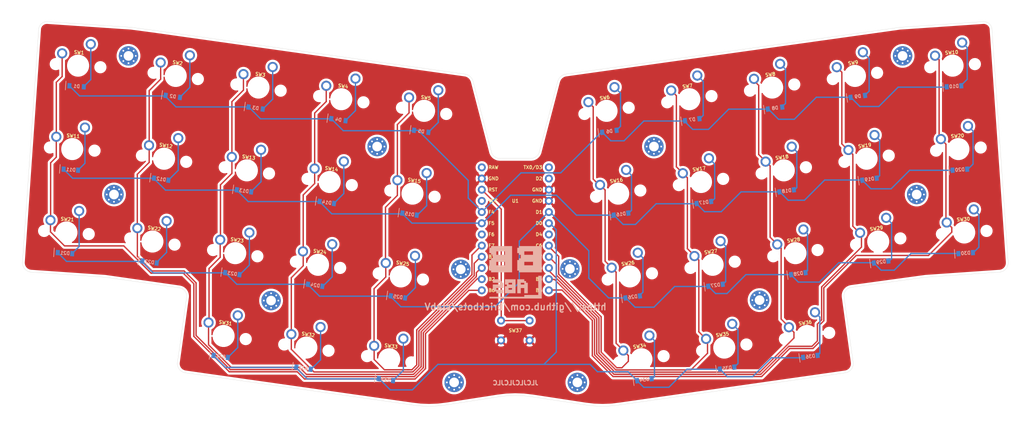
<source format=kicad_pcb>
(kicad_pcb (version 20171130) (host pcbnew "(5.1.12-1-10_14)")
  (layers (0 F.Cu signal) (31 B.Cu signal) (34 B.Paste user hide) (35 F.Paste user hide) (36 B.SilkS user) (37 F.SilkS user) (38 B.Mask user hide) (39 F.Mask user hide) (44 Edge.Cuts user))
  (net 0 "")
  (net 1 "Net-(D1-Pad2)")
  (net 2 row1)
  (net 3 "Net-(D2-Pad2)")
  (net 4 "Net-(D3-Pad2)")
  (net 5 "Net-(D4-Pad2)")
  (net 6 "Net-(D5-Pad2)")
  (net 7 "Net-(D6-Pad2)")
  (net 8 "Net-(D7-Pad2)")
  (net 9 "Net-(D8-Pad2)")
  (net 10 "Net-(D9-Pad2)")
  (net 11 "Net-(D10-Pad2)")
  (net 12 "Net-(D11-Pad2)")
  (net 13 row2)
  (net 14 "Net-(D12-Pad2)")
  (net 15 "Net-(D13-Pad2)")
  (net 16 "Net-(D14-Pad2)")
  (net 17 "Net-(D15-Pad2)")
  (net 18 "Net-(D16-Pad2)")
  (net 19 "Net-(D17-Pad2)")
  (net 20 "Net-(D18-Pad2)")
  (net 21 "Net-(D19-Pad2)")
  (net 22 "Net-(D20-Pad2)")
  (net 23 "Net-(D21-Pad2)")
  (net 24 row3)
  (net 25 "Net-(D22-Pad2)")
  (net 26 "Net-(D23-Pad2)")
  (net 27 "Net-(D24-Pad2)")
  (net 28 "Net-(D25-Pad2)")
  (net 29 "Net-(D26-Pad2)")
  (net 30 "Net-(D27-Pad2)")
  (net 31 "Net-(D28-Pad2)")
  (net 32 "Net-(D29-Pad2)")
  (net 33 "Net-(D30-Pad2)")
  (net 34 "Net-(D31-Pad2)")
  (net 35 row4)
  (net 36 "Net-(D32-Pad2)")
  (net 37 "Net-(D33-Pad2)")
  (net 38 "Net-(D34-Pad2)")
  (net 39 "Net-(D35-Pad2)")
  (net 40 "Net-(D36-Pad2)")
  (net 41 "Net-(H1-Pad1)")
  (net 42 "Net-(H2-Pad1)")
  (net 43 "Net-(H3-Pad1)")
  (net 44 "Net-(H4-Pad1)")
  (net 45 "Net-(H5-Pad1)")
  (net 46 "Net-(H6-Pad1)")
  (net 47 "Net-(H7-Pad1)")
  (net 48 "Net-(H8-Pad1)")
  (net 49 col1)
  (net 50 col2)
  (net 51 col3)
  (net 52 col4)
  (net 53 col5)
  (net 54 col6)
  (net 55 col7)
  (net 56 col8)
  (net 57 col9)
  (net 58 col10)
  (net 59 GND)
  (net 60 reset)
  (net 61 "Net-(U1-Pad1)")
  (net 62 "Net-(U1-Pad2)")
  (net 63 "Net-(U1-Pad7)")
  (net 64 "Net-(U1-Pad18)")
  (net 65 VCC)
  (net 66 "Net-(U1-Pad24)")
  (net 67 "Net-(H9-Pad1)")
  (net 68 "Net-(H10-Pad1)")
  (net 69 "Net-(H11-Pad1)")
  (net 70 "Net-(H12-Pad1)")
  (module rsu_graphics:bblabs_logo_sml (layer B.Cu) (at 147.75 91.075 180)
    (fp_text reference G*** hide)
    (fp_text value LOGO hide)
  )
  (module Horizon:SW_MX_plate (layer F.Cu) (at 121.681731 92.015589 352)
    (fp_text reference SW25 (at 0 -3 172) (layer F.SilkS) (effects (font (size 0.75 0.75))))
    (fp_text value SW_Push)
    (pad "" np_thru_hole circle (at -5.08 0 352) (size 1.75 1.75) (drill 1.75) (layers *.Cu *.Mask))
    (pad "" np_thru_hole circle (at 5.08 0 352) (size 1.75 1.75) (drill 1.75) (layers *.Cu *.Mask))
    (pad "" np_thru_hole circle (at 0 0 352) (size 4 4) (drill 4) (layers *.Cu *.Mask))
    (pad 2 thru_hole circle (at 2.54 -5.08 352) (size 2.3 2.3) (drill 1.5) (layers *.Cu *.Mask) (net 28 "Net-(D25-Pad2)"))
    (pad 1 thru_hole circle (at -3.81 -2.54 352) (size 2.3 2.3) (drill 1.5) (layers *.Cu *.Mask) (net 53 col5))
  )
  (module Horizon:SW_MX_plate (layer F.Cu) (at 195.177651 108.186393 8)
    (fp_text reference SW35 (at 0 -3 8) (layer F.SilkS) (effects (font (size 0.75 0.75))))
    (fp_text value SW_Push)
    (pad "" np_thru_hole circle (at -5.08 0 8) (size 1.75 1.75) (drill 1.75) (layers *.Cu *.Mask))
    (pad "" np_thru_hole circle (at 5.08 0 8) (size 1.75 1.75) (drill 1.75) (layers *.Cu *.Mask))
    (pad "" np_thru_hole circle (at 0 0 8) (size 4 4) (drill 4) (layers *.Cu *.Mask))
    (pad 2 thru_hole circle (at 2.54 -5.08 8) (size 2.3 2.3) (drill 1.5) (layers *.Cu *.Mask) (net 39 "Net-(D35-Pad2)"))
    (pad 1 thru_hole circle (at -3.81 -2.54 8) (size 2.3 2.3) (drill 1.5) (layers *.Cu *.Mask) (net 55 col7))
  )
  (module Horizon:Mount_M2 (layer F.Cu) (at 179.2 62.5)
    (fp_text reference H12 hide)
    (fp_text value Hole_Pad hide)
    (pad 1 thru_hole circle (at 1.166726 -1.166726) (size 0.7 0.7) (drill 0.4) (layers *.Cu *.Mask) (net 70 "Net-(H12-Pad1)"))
    (pad 1 thru_hole circle (at 0 -1.65) (size 0.7 0.7) (drill 0.4) (layers *.Cu *.Mask) (net 70 "Net-(H12-Pad1)"))
    (pad 1 thru_hole circle (at -1.166726 -1.166726) (size 0.7 0.7) (drill 0.4) (layers *.Cu *.Mask) (net 70 "Net-(H12-Pad1)"))
    (pad 1 thru_hole circle (at -1.65 0) (size 0.7 0.7) (drill 0.4) (layers *.Cu *.Mask) (net 70 "Net-(H12-Pad1)"))
    (pad 1 thru_hole circle (at -1.166726 1.166726) (size 0.7 0.7) (drill 0.4) (layers *.Cu *.Mask) (net 70 "Net-(H12-Pad1)"))
    (pad 1 thru_hole circle (at 0 1.65) (size 0.7 0.7) (drill 0.4) (layers *.Cu *.Mask) (net 70 "Net-(H12-Pad1)"))
    (pad 1 thru_hole circle (at 1.166726 1.166726) (size 0.7 0.7) (drill 0.4) (layers *.Cu *.Mask) (net 70 "Net-(H12-Pad1)"))
    (pad 1 thru_hole circle (at 1.65 0) (size 0.7 0.7) (drill 0.4) (layers *.Cu *.Mask) (net 70 "Net-(H12-Pad1)"))
    (pad 1 thru_hole circle (at 0 0) (size 4.4 4.4) (drill 2.2) (layers *.Cu *.Mask) (net 70 "Net-(H12-Pad1)"))
  )
  (module Horizon:Mount_M2 (layer F.Cu) (at 116.3 62.5)
    (fp_text reference H11 hide)
    (fp_text value Hole_Pad hide)
    (pad 1 thru_hole circle (at 1.166726 -1.166726) (size 0.7 0.7) (drill 0.4) (layers *.Cu *.Mask) (net 69 "Net-(H11-Pad1)"))
    (pad 1 thru_hole circle (at 0 -1.65) (size 0.7 0.7) (drill 0.4) (layers *.Cu *.Mask) (net 69 "Net-(H11-Pad1)"))
    (pad 1 thru_hole circle (at -1.166726 -1.166726) (size 0.7 0.7) (drill 0.4) (layers *.Cu *.Mask) (net 69 "Net-(H11-Pad1)"))
    (pad 1 thru_hole circle (at -1.65 0) (size 0.7 0.7) (drill 0.4) (layers *.Cu *.Mask) (net 69 "Net-(H11-Pad1)"))
    (pad 1 thru_hole circle (at -1.166726 1.166726) (size 0.7 0.7) (drill 0.4) (layers *.Cu *.Mask) (net 69 "Net-(H11-Pad1)"))
    (pad 1 thru_hole circle (at 0 1.65) (size 0.7 0.7) (drill 0.4) (layers *.Cu *.Mask) (net 69 "Net-(H11-Pad1)"))
    (pad 1 thru_hole circle (at 1.166726 1.166726) (size 0.7 0.7) (drill 0.4) (layers *.Cu *.Mask) (net 69 "Net-(H11-Pad1)"))
    (pad 1 thru_hole circle (at 1.65 0) (size 0.7 0.7) (drill 0.4) (layers *.Cu *.Mask) (net 69 "Net-(H11-Pad1)"))
    (pad 1 thru_hole circle (at 0 0) (size 4.4 4.4) (drill 2.2) (layers *.Cu *.Mask) (net 69 "Net-(H11-Pad1)"))
  )
  (module Horizon:Mount_M2 (layer F.Cu) (at 238.9 73.4)
    (fp_text reference H10 hide)
    (fp_text value Hole_Pad hide)
    (pad 1 thru_hole circle (at 1.166726 -1.166726) (size 0.7 0.7) (drill 0.4) (layers *.Cu *.Mask) (net 68 "Net-(H10-Pad1)"))
    (pad 1 thru_hole circle (at 0 -1.65) (size 0.7 0.7) (drill 0.4) (layers *.Cu *.Mask) (net 68 "Net-(H10-Pad1)"))
    (pad 1 thru_hole circle (at -1.166726 -1.166726) (size 0.7 0.7) (drill 0.4) (layers *.Cu *.Mask) (net 68 "Net-(H10-Pad1)"))
    (pad 1 thru_hole circle (at -1.65 0) (size 0.7 0.7) (drill 0.4) (layers *.Cu *.Mask) (net 68 "Net-(H10-Pad1)"))
    (pad 1 thru_hole circle (at -1.166726 1.166726) (size 0.7 0.7) (drill 0.4) (layers *.Cu *.Mask) (net 68 "Net-(H10-Pad1)"))
    (pad 1 thru_hole circle (at 0 1.65) (size 0.7 0.7) (drill 0.4) (layers *.Cu *.Mask) (net 68 "Net-(H10-Pad1)"))
    (pad 1 thru_hole circle (at 1.166726 1.166726) (size 0.7 0.7) (drill 0.4) (layers *.Cu *.Mask) (net 68 "Net-(H10-Pad1)"))
    (pad 1 thru_hole circle (at 1.65 0) (size 0.7 0.7) (drill 0.4) (layers *.Cu *.Mask) (net 68 "Net-(H10-Pad1)"))
    (pad 1 thru_hole circle (at 0 0) (size 4.4 4.4) (drill 2.2) (layers *.Cu *.Mask) (net 68 "Net-(H10-Pad1)"))
  )
  (module Horizon:Mount_M2 (layer F.Cu) (at 56.5 73.4)
    (fp_text reference H9 hide)
    (fp_text value Hole_Pad hide)
    (pad 1 thru_hole circle (at 1.166726 -1.166726) (size 0.7 0.7) (drill 0.4) (layers *.Cu *.Mask) (net 67 "Net-(H9-Pad1)"))
    (pad 1 thru_hole circle (at 0 -1.65) (size 0.7 0.7) (drill 0.4) (layers *.Cu *.Mask) (net 67 "Net-(H9-Pad1)"))
    (pad 1 thru_hole circle (at -1.166726 -1.166726) (size 0.7 0.7) (drill 0.4) (layers *.Cu *.Mask) (net 67 "Net-(H9-Pad1)"))
    (pad 1 thru_hole circle (at -1.65 0) (size 0.7 0.7) (drill 0.4) (layers *.Cu *.Mask) (net 67 "Net-(H9-Pad1)"))
    (pad 1 thru_hole circle (at -1.166726 1.166726) (size 0.7 0.7) (drill 0.4) (layers *.Cu *.Mask) (net 67 "Net-(H9-Pad1)"))
    (pad 1 thru_hole circle (at 0 1.65) (size 0.7 0.7) (drill 0.4) (layers *.Cu *.Mask) (net 67 "Net-(H9-Pad1)"))
    (pad 1 thru_hole circle (at 1.166726 1.166726) (size 0.7 0.7) (drill 0.4) (layers *.Cu *.Mask) (net 67 "Net-(H9-Pad1)"))
    (pad 1 thru_hole circle (at 1.65 0) (size 0.7 0.7) (drill 0.4) (layers *.Cu *.Mask) (net 67 "Net-(H9-Pad1)"))
    (pad 1 thru_hole circle (at 0 0) (size 4.4 4.4) (drill 2.2) (layers *.Cu *.Mask) (net 67 "Net-(H9-Pad1)"))
  )
  (module Horizon:SW_MX_plate (layer F.Cu) (at 247.056666 44.121145 4)
    (fp_text reference SW10 (at 0 -3 4) (layer F.SilkS) (effects (font (size 0.75 0.75))))
    (fp_text value SW_Push)
    (pad "" np_thru_hole circle (at -5.08 0 4) (size 1.75 1.75) (drill 1.75) (layers *.Cu *.Mask))
    (pad "" np_thru_hole circle (at 5.08 0 4) (size 1.75 1.75) (drill 1.75) (layers *.Cu *.Mask))
    (pad "" np_thru_hole circle (at 0 0 4) (size 4 4) (drill 4) (layers *.Cu *.Mask))
    (pad 2 thru_hole circle (at 2.54 -5.08 4) (size 2.3 2.3) (drill 1.5) (layers *.Cu *.Mask) (net 11 "Net-(D10-Pad2)"))
    (pad 1 thru_hole circle (at -3.81 -2.54 4) (size 2.3 2.3) (drill 1.5) (layers *.Cu *.Mask) (net 58 col10))
  )
  (module Horizon:Mount_M2 (layer F.Cu) (at 161.8 116.1)
    (fp_text reference H8 hide)
    (fp_text value Hole_Pad hide)
    (pad 1 thru_hole circle (at 1.166726 -1.166726) (size 0.7 0.7) (drill 0.4) (layers *.Cu *.Mask) (net 48 "Net-(H8-Pad1)"))
    (pad 1 thru_hole circle (at 0 -1.65) (size 0.7 0.7) (drill 0.4) (layers *.Cu *.Mask) (net 48 "Net-(H8-Pad1)"))
    (pad 1 thru_hole circle (at -1.166726 -1.166726) (size 0.7 0.7) (drill 0.4) (layers *.Cu *.Mask) (net 48 "Net-(H8-Pad1)"))
    (pad 1 thru_hole circle (at -1.65 0) (size 0.7 0.7) (drill 0.4) (layers *.Cu *.Mask) (net 48 "Net-(H8-Pad1)"))
    (pad 1 thru_hole circle (at -1.166726 1.166726) (size 0.7 0.7) (drill 0.4) (layers *.Cu *.Mask) (net 48 "Net-(H8-Pad1)"))
    (pad 1 thru_hole circle (at 0 1.65) (size 0.7 0.7) (drill 0.4) (layers *.Cu *.Mask) (net 48 "Net-(H8-Pad1)"))
    (pad 1 thru_hole circle (at 1.166726 1.166726) (size 0.7 0.7) (drill 0.4) (layers *.Cu *.Mask) (net 48 "Net-(H8-Pad1)"))
    (pad 1 thru_hole circle (at 1.65 0) (size 0.7 0.7) (drill 0.4) (layers *.Cu *.Mask) (net 48 "Net-(H8-Pad1)"))
    (pad 1 thru_hole circle (at 0 0) (size 4.4 4.4) (drill 2.2) (layers *.Cu *.Mask) (net 48 "Net-(H8-Pad1)"))
  )
  (module Horizon:Mount_M2 (layer F.Cu) (at 160.1 90.3)
    (fp_text reference H7 hide)
    (fp_text value Hole_Pad hide)
    (pad 1 thru_hole circle (at 1.166726 -1.166726) (size 0.7 0.7) (drill 0.4) (layers *.Cu *.Mask) (net 47 "Net-(H7-Pad1)"))
    (pad 1 thru_hole circle (at 0 -1.65) (size 0.7 0.7) (drill 0.4) (layers *.Cu *.Mask) (net 47 "Net-(H7-Pad1)"))
    (pad 1 thru_hole circle (at -1.166726 -1.166726) (size 0.7 0.7) (drill 0.4) (layers *.Cu *.Mask) (net 47 "Net-(H7-Pad1)"))
    (pad 1 thru_hole circle (at -1.65 0) (size 0.7 0.7) (drill 0.4) (layers *.Cu *.Mask) (net 47 "Net-(H7-Pad1)"))
    (pad 1 thru_hole circle (at -1.166726 1.166726) (size 0.7 0.7) (drill 0.4) (layers *.Cu *.Mask) (net 47 "Net-(H7-Pad1)"))
    (pad 1 thru_hole circle (at 0 1.65) (size 0.7 0.7) (drill 0.4) (layers *.Cu *.Mask) (net 47 "Net-(H7-Pad1)"))
    (pad 1 thru_hole circle (at 1.166726 1.166726) (size 0.7 0.7) (drill 0.4) (layers *.Cu *.Mask) (net 47 "Net-(H7-Pad1)"))
    (pad 1 thru_hole circle (at 1.65 0) (size 0.7 0.7) (drill 0.4) (layers *.Cu *.Mask) (net 47 "Net-(H7-Pad1)"))
    (pad 1 thru_hole circle (at 0 0) (size 4.4 4.4) (drill 2.2) (layers *.Cu *.Mask) (net 47 "Net-(H7-Pad1)"))
  )
  (module Horizon:Mount_M2 (layer F.Cu) (at 135.3 90.4)
    (fp_text reference H3 hide)
    (fp_text value Hole_Pad hide)
    (pad 1 thru_hole circle (at 1.166726 -1.166726) (size 0.7 0.7) (drill 0.4) (layers *.Cu *.Mask) (net 43 "Net-(H3-Pad1)"))
    (pad 1 thru_hole circle (at 0 -1.65) (size 0.7 0.7) (drill 0.4) (layers *.Cu *.Mask) (net 43 "Net-(H3-Pad1)"))
    (pad 1 thru_hole circle (at -1.166726 -1.166726) (size 0.7 0.7) (drill 0.4) (layers *.Cu *.Mask) (net 43 "Net-(H3-Pad1)"))
    (pad 1 thru_hole circle (at -1.65 0) (size 0.7 0.7) (drill 0.4) (layers *.Cu *.Mask) (net 43 "Net-(H3-Pad1)"))
    (pad 1 thru_hole circle (at -1.166726 1.166726) (size 0.7 0.7) (drill 0.4) (layers *.Cu *.Mask) (net 43 "Net-(H3-Pad1)"))
    (pad 1 thru_hole circle (at 0 1.65) (size 0.7 0.7) (drill 0.4) (layers *.Cu *.Mask) (net 43 "Net-(H3-Pad1)"))
    (pad 1 thru_hole circle (at 1.166726 1.166726) (size 0.7 0.7) (drill 0.4) (layers *.Cu *.Mask) (net 43 "Net-(H3-Pad1)"))
    (pad 1 thru_hole circle (at 1.65 0) (size 0.7 0.7) (drill 0.4) (layers *.Cu *.Mask) (net 43 "Net-(H3-Pad1)"))
    (pad 1 thru_hole circle (at 0 0) (size 4.4 4.4) (drill 2.2) (layers *.Cu *.Mask) (net 43 "Net-(H3-Pad1)"))
  )
  (module Horizon:SW_MX_plate (layer F.Cu) (at 213.992744 105.542104 8)
    (fp_text reference SW36 (at 0 -3 8) (layer F.SilkS) (effects (font (size 0.75 0.75))))
    (fp_text value SW_Push)
    (pad "" np_thru_hole circle (at -5.08 0 8) (size 1.75 1.75) (drill 1.75) (layers *.Cu *.Mask))
    (pad "" np_thru_hole circle (at 5.08 0 8) (size 1.75 1.75) (drill 1.75) (layers *.Cu *.Mask))
    (pad "" np_thru_hole circle (at 0 0 8) (size 4 4) (drill 4) (layers *.Cu *.Mask))
    (pad 2 thru_hole circle (at 2.54 -5.08 8) (size 2.3 2.3) (drill 1.5) (layers *.Cu *.Mask) (net 40 "Net-(D36-Pad2)"))
    (pad 1 thru_hole circle (at -3.81 -2.54 8) (size 2.3 2.3) (drill 1.5) (layers *.Cu *.Mask) (net 56 col8))
  )
  (module Horizon:SW_MX_plate (layer F.Cu) (at 176.362558 110.830682 8)
    (fp_text reference SW34 (at 0 -3 8) (layer F.SilkS) (effects (font (size 0.75 0.75))))
    (fp_text value SW_Push)
    (pad "" np_thru_hole circle (at -5.08 0 8) (size 1.75 1.75) (drill 1.75) (layers *.Cu *.Mask))
    (pad "" np_thru_hole circle (at 5.08 0 8) (size 1.75 1.75) (drill 1.75) (layers *.Cu *.Mask))
    (pad "" np_thru_hole circle (at 0 0 8) (size 4 4) (drill 4) (layers *.Cu *.Mask))
    (pad 2 thru_hole circle (at 2.54 -5.08 8) (size 2.3 2.3) (drill 1.5) (layers *.Cu *.Mask) (net 38 "Net-(D34-Pad2)"))
    (pad 1 thru_hole circle (at -3.81 -2.54 8) (size 2.3 2.3) (drill 1.5) (layers *.Cu *.Mask) (net 54 col6))
  )
  (module Horizon:SW_MX_plate (layer F.Cu) (at 119.037442 110.830682 352)
    (fp_text reference SW33 (at 0 -3 172) (layer F.SilkS) (effects (font (size 0.75 0.75))))
    (fp_text value SW_Push)
    (pad "" np_thru_hole circle (at -5.08 0 352) (size 1.75 1.75) (drill 1.75) (layers *.Cu *.Mask))
    (pad "" np_thru_hole circle (at 5.08 0 352) (size 1.75 1.75) (drill 1.75) (layers *.Cu *.Mask))
    (pad "" np_thru_hole circle (at 0 0 352) (size 4 4) (drill 4) (layers *.Cu *.Mask))
    (pad 2 thru_hole circle (at 2.54 -5.08 352) (size 2.3 2.3) (drill 1.5) (layers *.Cu *.Mask) (net 37 "Net-(D33-Pad2)"))
    (pad 1 thru_hole circle (at -3.81 -2.54 352) (size 2.3 2.3) (drill 1.5) (layers *.Cu *.Mask) (net 53 col5))
  )
  (module Horizon:SW_MX_plate (layer F.Cu) (at 100.222349 108.186393 352)
    (fp_text reference SW32 (at 0 -3 172) (layer F.SilkS) (effects (font (size 0.75 0.75))))
    (fp_text value SW_Push)
    (pad "" np_thru_hole circle (at -5.08 0 352) (size 1.75 1.75) (drill 1.75) (layers *.Cu *.Mask))
    (pad "" np_thru_hole circle (at 5.08 0 352) (size 1.75 1.75) (drill 1.75) (layers *.Cu *.Mask))
    (pad "" np_thru_hole circle (at 0 0 352) (size 4 4) (drill 4) (layers *.Cu *.Mask))
    (pad 2 thru_hole circle (at 2.54 -5.08 352) (size 2.3 2.3) (drill 1.5) (layers *.Cu *.Mask) (net 36 "Net-(D32-Pad2)"))
    (pad 1 thru_hole circle (at -3.81 -2.54 352) (size 2.3 2.3) (drill 1.5) (layers *.Cu *.Mask) (net 52 col4))
  )
  (module Horizon:SW_MX_plate (layer F.Cu) (at 81.407256 105.542104 352)
    (fp_text reference SW31 (at 0 -3 172) (layer F.SilkS) (effects (font (size 0.75 0.75))))
    (fp_text value SW_Push)
    (pad "" np_thru_hole circle (at -5.08 0 352) (size 1.75 1.75) (drill 1.75) (layers *.Cu *.Mask))
    (pad "" np_thru_hole circle (at 5.08 0 352) (size 1.75 1.75) (drill 1.75) (layers *.Cu *.Mask))
    (pad "" np_thru_hole circle (at 0 0 352) (size 4 4) (drill 4) (layers *.Cu *.Mask))
    (pad 2 thru_hole circle (at 2.54 -5.08 352) (size 2.3 2.3) (drill 1.5) (layers *.Cu *.Mask) (net 34 "Net-(D31-Pad2)"))
    (pad 1 thru_hole circle (at -3.81 -2.54 352) (size 2.3 2.3) (drill 1.5) (layers *.Cu *.Mask) (net 51 col3))
  )
  (module Horizon:SW_MX_plate (layer F.Cu) (at 249.707412 82.028579 4)
    (fp_text reference SW30 (at 0 -3 4) (layer F.SilkS) (effects (font (size 0.75 0.75))))
    (fp_text value SW_Push)
    (pad "" np_thru_hole circle (at -5.08 0 4) (size 1.75 1.75) (drill 1.75) (layers *.Cu *.Mask))
    (pad "" np_thru_hole circle (at 5.08 0 4) (size 1.75 1.75) (drill 1.75) (layers *.Cu *.Mask))
    (pad "" np_thru_hole circle (at 0 0 4) (size 4 4) (drill 4) (layers *.Cu *.Mask))
    (pad 2 thru_hole circle (at 2.54 -5.08 4) (size 2.3 2.3) (drill 1.5) (layers *.Cu *.Mask) (net 33 "Net-(D30-Pad2)"))
    (pad 1 thru_hole circle (at -3.81 -2.54 4) (size 2.3 2.3) (drill 1.5) (layers *.Cu *.Mask) (net 58 col10))
  )
  (module Horizon:SW_MX_plate (layer F.Cu) (at 230.163549 84.082722 8)
    (fp_text reference SW29 (at 0 -3 8) (layer F.SilkS) (effects (font (size 0.75 0.75))))
    (fp_text value SW_Push)
    (pad "" np_thru_hole circle (at -5.08 0 8) (size 1.75 1.75) (drill 1.75) (layers *.Cu *.Mask))
    (pad "" np_thru_hole circle (at 5.08 0 8) (size 1.75 1.75) (drill 1.75) (layers *.Cu *.Mask))
    (pad "" np_thru_hole circle (at 0 0 8) (size 4 4) (drill 4) (layers *.Cu *.Mask))
    (pad 2 thru_hole circle (at 2.54 -5.08 8) (size 2.3 2.3) (drill 1.5) (layers *.Cu *.Mask) (net 32 "Net-(D29-Pad2)"))
    (pad 1 thru_hole circle (at -3.81 -2.54 8) (size 2.3 2.3) (drill 1.5) (layers *.Cu *.Mask) (net 57 col9))
  )
  (module Horizon:SW_MX_plate (layer F.Cu) (at 211.348456 86.727011 8)
    (fp_text reference SW28 (at 0 -3 8) (layer F.SilkS) (effects (font (size 0.75 0.75))))
    (fp_text value SW_Push)
    (pad "" np_thru_hole circle (at -5.08 0 8) (size 1.75 1.75) (drill 1.75) (layers *.Cu *.Mask))
    (pad "" np_thru_hole circle (at 5.08 0 8) (size 1.75 1.75) (drill 1.75) (layers *.Cu *.Mask))
    (pad "" np_thru_hole circle (at 0 0 8) (size 4 4) (drill 4) (layers *.Cu *.Mask))
    (pad 2 thru_hole circle (at 2.54 -5.08 8) (size 2.3 2.3) (drill 1.5) (layers *.Cu *.Mask) (net 31 "Net-(D28-Pad2)"))
    (pad 1 thru_hole circle (at -3.81 -2.54 8) (size 2.3 2.3) (drill 1.5) (layers *.Cu *.Mask) (net 56 col8))
  )
  (module Horizon:SW_MX_plate (layer F.Cu) (at 192.533362 89.3713 8)
    (fp_text reference SW27 (at 0 -3 8) (layer F.SilkS) (effects (font (size 0.75 0.75))))
    (fp_text value SW_Push)
    (pad "" np_thru_hole circle (at -5.08 0 8) (size 1.75 1.75) (drill 1.75) (layers *.Cu *.Mask))
    (pad "" np_thru_hole circle (at 5.08 0 8) (size 1.75 1.75) (drill 1.75) (layers *.Cu *.Mask))
    (pad "" np_thru_hole circle (at 0 0 8) (size 4 4) (drill 4) (layers *.Cu *.Mask))
    (pad 2 thru_hole circle (at 2.54 -5.08 8) (size 2.3 2.3) (drill 1.5) (layers *.Cu *.Mask) (net 30 "Net-(D27-Pad2)"))
    (pad 1 thru_hole circle (at -3.81 -2.54 8) (size 2.3 2.3) (drill 1.5) (layers *.Cu *.Mask) (net 55 col7))
  )
  (module Horizon:SW_MX_plate (layer F.Cu) (at 173.718269 92.015589 8)
    (fp_text reference SW26 (at 0 -3 8) (layer F.SilkS) (effects (font (size 0.75 0.75))))
    (fp_text value SW_Push)
    (pad "" np_thru_hole circle (at -5.08 0 8) (size 1.75 1.75) (drill 1.75) (layers *.Cu *.Mask))
    (pad "" np_thru_hole circle (at 5.08 0 8) (size 1.75 1.75) (drill 1.75) (layers *.Cu *.Mask))
    (pad "" np_thru_hole circle (at 0 0 8) (size 4 4) (drill 4) (layers *.Cu *.Mask))
    (pad 2 thru_hole circle (at 2.54 -5.08 8) (size 2.3 2.3) (drill 1.5) (layers *.Cu *.Mask) (net 29 "Net-(D26-Pad2)"))
    (pad 1 thru_hole circle (at -3.81 -2.54 8) (size 2.3 2.3) (drill 1.5) (layers *.Cu *.Mask) (net 54 col6))
  )
  (module Horizon:SW_MX_plate (layer F.Cu) (at 102.866638 89.3713 352)
    (fp_text reference SW24 (at 0 -3 172) (layer F.SilkS) (effects (font (size 0.75 0.75))))
    (fp_text value SW_Push)
    (pad "" np_thru_hole circle (at -5.08 0 352) (size 1.75 1.75) (drill 1.75) (layers *.Cu *.Mask))
    (pad "" np_thru_hole circle (at 5.08 0 352) (size 1.75 1.75) (drill 1.75) (layers *.Cu *.Mask))
    (pad "" np_thru_hole circle (at 0 0 352) (size 4 4) (drill 4) (layers *.Cu *.Mask))
    (pad 2 thru_hole circle (at 2.54 -5.08 352) (size 2.3 2.3) (drill 1.5) (layers *.Cu *.Mask) (net 27 "Net-(D24-Pad2)"))
    (pad 1 thru_hole circle (at -3.81 -2.54 352) (size 2.3 2.3) (drill 1.5) (layers *.Cu *.Mask) (net 52 col4))
  )
  (module Horizon:SW_MX_plate (layer F.Cu) (at 84.051544 86.727011 352)
    (fp_text reference SW23 (at 0 -3 172) (layer F.SilkS) (effects (font (size 0.75 0.75))))
    (fp_text value SW_Push)
    (pad "" np_thru_hole circle (at -5.08 0 352) (size 1.75 1.75) (drill 1.75) (layers *.Cu *.Mask))
    (pad "" np_thru_hole circle (at 5.08 0 352) (size 1.75 1.75) (drill 1.75) (layers *.Cu *.Mask))
    (pad "" np_thru_hole circle (at 0 0 352) (size 4 4) (drill 4) (layers *.Cu *.Mask))
    (pad 2 thru_hole circle (at 2.54 -5.08 352) (size 2.3 2.3) (drill 1.5) (layers *.Cu *.Mask) (net 26 "Net-(D23-Pad2)"))
    (pad 1 thru_hole circle (at -3.81 -2.54 352) (size 2.3 2.3) (drill 1.5) (layers *.Cu *.Mask) (net 51 col3))
  )
  (module Horizon:SW_MX_plate (layer F.Cu) (at 65.236451 84.082722 352)
    (fp_text reference SW22 (at 0 -3 172) (layer F.SilkS) (effects (font (size 0.75 0.75))))
    (fp_text value SW_Push)
    (pad "" np_thru_hole circle (at -5.08 0 352) (size 1.75 1.75) (drill 1.75) (layers *.Cu *.Mask))
    (pad "" np_thru_hole circle (at 5.08 0 352) (size 1.75 1.75) (drill 1.75) (layers *.Cu *.Mask))
    (pad "" np_thru_hole circle (at 0 0 352) (size 4 4) (drill 4) (layers *.Cu *.Mask))
    (pad 2 thru_hole circle (at 2.54 -5.08 352) (size 2.3 2.3) (drill 1.5) (layers *.Cu *.Mask) (net 25 "Net-(D22-Pad2)"))
    (pad 1 thru_hole circle (at -3.81 -2.54 352) (size 2.3 2.3) (drill 1.5) (layers *.Cu *.Mask) (net 50 col2))
  )
  (module Horizon:SW_MX_plate (layer F.Cu) (at 45.692588 82.028579 356)
    (fp_text reference SW21 (at 0 -3 176) (layer F.SilkS) (effects (font (size 0.75 0.75))))
    (fp_text value SW_Push)
    (pad "" np_thru_hole circle (at -5.08 0 356) (size 1.75 1.75) (drill 1.75) (layers *.Cu *.Mask))
    (pad "" np_thru_hole circle (at 5.08 0 356) (size 1.75 1.75) (drill 1.75) (layers *.Cu *.Mask))
    (pad "" np_thru_hole circle (at 0 0 356) (size 4 4) (drill 4) (layers *.Cu *.Mask))
    (pad 2 thru_hole circle (at 2.54 -5.08 356) (size 2.3 2.3) (drill 1.5) (layers *.Cu *.Mask) (net 23 "Net-(D21-Pad2)"))
    (pad 1 thru_hole circle (at -3.81 -2.54 356) (size 2.3 2.3) (drill 1.5) (layers *.Cu *.Mask) (net 49 col1))
  )
  (module Horizon:SW_MX_plate (layer F.Cu) (at 248.382039 63.074862 4)
    (fp_text reference SW20 (at 0 -3 4) (layer F.SilkS) (effects (font (size 0.75 0.75))))
    (fp_text value SW_Push)
    (pad "" np_thru_hole circle (at -5.08 0 4) (size 1.75 1.75) (drill 1.75) (layers *.Cu *.Mask))
    (pad "" np_thru_hole circle (at 5.08 0 4) (size 1.75 1.75) (drill 1.75) (layers *.Cu *.Mask))
    (pad "" np_thru_hole circle (at 0 0 4) (size 4 4) (drill 4) (layers *.Cu *.Mask))
    (pad 2 thru_hole circle (at 2.54 -5.08 4) (size 2.3 2.3) (drill 1.5) (layers *.Cu *.Mask) (net 22 "Net-(D20-Pad2)"))
    (pad 1 thru_hole circle (at -3.81 -2.54 4) (size 2.3 2.3) (drill 1.5) (layers *.Cu *.Mask) (net 58 col10))
  )
  (module Horizon:SW_MX_plate (layer F.Cu) (at 227.51926 65.267629 8)
    (fp_text reference SW19 (at 0 -3 8) (layer F.SilkS) (effects (font (size 0.75 0.75))))
    (fp_text value SW_Push)
    (pad "" np_thru_hole circle (at -5.08 0 8) (size 1.75 1.75) (drill 1.75) (layers *.Cu *.Mask))
    (pad "" np_thru_hole circle (at 5.08 0 8) (size 1.75 1.75) (drill 1.75) (layers *.Cu *.Mask))
    (pad "" np_thru_hole circle (at 0 0 8) (size 4 4) (drill 4) (layers *.Cu *.Mask))
    (pad 2 thru_hole circle (at 2.54 -5.08 8) (size 2.3 2.3) (drill 1.5) (layers *.Cu *.Mask) (net 21 "Net-(D19-Pad2)"))
    (pad 1 thru_hole circle (at -3.81 -2.54 8) (size 2.3 2.3) (drill 1.5) (layers *.Cu *.Mask) (net 57 col9))
  )
  (module Horizon:SW_MX_plate (layer F.Cu) (at 208.704167 67.911918 8)
    (fp_text reference SW18 (at 0 -3 8) (layer F.SilkS) (effects (font (size 0.75 0.75))))
    (fp_text value SW_Push)
    (pad "" np_thru_hole circle (at -5.08 0 8) (size 1.75 1.75) (drill 1.75) (layers *.Cu *.Mask))
    (pad "" np_thru_hole circle (at 5.08 0 8) (size 1.75 1.75) (drill 1.75) (layers *.Cu *.Mask))
    (pad "" np_thru_hole circle (at 0 0 8) (size 4 4) (drill 4) (layers *.Cu *.Mask))
    (pad 2 thru_hole circle (at 2.54 -5.08 8) (size 2.3 2.3) (drill 1.5) (layers *.Cu *.Mask) (net 20 "Net-(D18-Pad2)"))
    (pad 1 thru_hole circle (at -3.81 -2.54 8) (size 2.3 2.3) (drill 1.5) (layers *.Cu *.Mask) (net 56 col8))
  )
  (module Horizon:SW_MX_plate (layer F.Cu) (at 189.889073 70.556207 8)
    (fp_text reference SW17 (at 0 -3 8) (layer F.SilkS) (effects (font (size 0.75 0.75))))
    (fp_text value SW_Push)
    (pad "" np_thru_hole circle (at -5.08 0 8) (size 1.75 1.75) (drill 1.75) (layers *.Cu *.Mask))
    (pad "" np_thru_hole circle (at 5.08 0 8) (size 1.75 1.75) (drill 1.75) (layers *.Cu *.Mask))
    (pad "" np_thru_hole circle (at 0 0 8) (size 4 4) (drill 4) (layers *.Cu *.Mask))
    (pad 2 thru_hole circle (at 2.54 -5.08 8) (size 2.3 2.3) (drill 1.5) (layers *.Cu *.Mask) (net 19 "Net-(D17-Pad2)"))
    (pad 1 thru_hole circle (at -3.81 -2.54 8) (size 2.3 2.3) (drill 1.5) (layers *.Cu *.Mask) (net 55 col7))
  )
  (module Horizon:SW_MX_plate (layer F.Cu) (at 171.07398 73.200496 8)
    (fp_text reference SW16 (at 0 -3 8) (layer F.SilkS) (effects (font (size 0.75 0.75))))
    (fp_text value SW_Push)
    (pad "" np_thru_hole circle (at -5.08 0 8) (size 1.75 1.75) (drill 1.75) (layers *.Cu *.Mask))
    (pad "" np_thru_hole circle (at 5.08 0 8) (size 1.75 1.75) (drill 1.75) (layers *.Cu *.Mask))
    (pad "" np_thru_hole circle (at 0 0 8) (size 4 4) (drill 4) (layers *.Cu *.Mask))
    (pad 2 thru_hole circle (at 2.54 -5.08 8) (size 2.3 2.3) (drill 1.5) (layers *.Cu *.Mask) (net 18 "Net-(D16-Pad2)"))
    (pad 1 thru_hole circle (at -3.81 -2.54 8) (size 2.3 2.3) (drill 1.5) (layers *.Cu *.Mask) (net 54 col6))
  )
  (module Horizon:SW_MX_plate (layer F.Cu) (at 124.32602 73.200496 352)
    (fp_text reference SW15 (at 0 -3 172) (layer F.SilkS) (effects (font (size 0.75 0.75))))
    (fp_text value SW_Push)
    (pad "" np_thru_hole circle (at -5.08 0 352) (size 1.75 1.75) (drill 1.75) (layers *.Cu *.Mask))
    (pad "" np_thru_hole circle (at 5.08 0 352) (size 1.75 1.75) (drill 1.75) (layers *.Cu *.Mask))
    (pad "" np_thru_hole circle (at 0 0 352) (size 4 4) (drill 4) (layers *.Cu *.Mask))
    (pad 2 thru_hole circle (at 2.54 -5.08 352) (size 2.3 2.3) (drill 1.5) (layers *.Cu *.Mask) (net 17 "Net-(D15-Pad2)"))
    (pad 1 thru_hole circle (at -3.81 -2.54 352) (size 2.3 2.3) (drill 1.5) (layers *.Cu *.Mask) (net 53 col5))
  )
  (module Horizon:SW_MX_plate (layer F.Cu) (at 105.510927 70.556207 352)
    (fp_text reference SW14 (at 0 -3 172) (layer F.SilkS) (effects (font (size 0.75 0.75))))
    (fp_text value SW_Push)
    (pad "" np_thru_hole circle (at -5.08 0 352) (size 1.75 1.75) (drill 1.75) (layers *.Cu *.Mask))
    (pad "" np_thru_hole circle (at 5.08 0 352) (size 1.75 1.75) (drill 1.75) (layers *.Cu *.Mask))
    (pad "" np_thru_hole circle (at 0 0 352) (size 4 4) (drill 4) (layers *.Cu *.Mask))
    (pad 2 thru_hole circle (at 2.54 -5.08 352) (size 2.3 2.3) (drill 1.5) (layers *.Cu *.Mask) (net 16 "Net-(D14-Pad2)"))
    (pad 1 thru_hole circle (at -3.81 -2.54 352) (size 2.3 2.3) (drill 1.5) (layers *.Cu *.Mask) (net 52 col4))
  )
  (module Horizon:SW_MX_plate (layer F.Cu) (at 86.695833 67.911918 352)
    (fp_text reference SW13 (at 0 -3 172) (layer F.SilkS) (effects (font (size 0.75 0.75))))
    (fp_text value SW_Push)
    (pad "" np_thru_hole circle (at -5.08 0 352) (size 1.75 1.75) (drill 1.75) (layers *.Cu *.Mask))
    (pad "" np_thru_hole circle (at 5.08 0 352) (size 1.75 1.75) (drill 1.75) (layers *.Cu *.Mask))
    (pad "" np_thru_hole circle (at 0 0 352) (size 4 4) (drill 4) (layers *.Cu *.Mask))
    (pad 2 thru_hole circle (at 2.54 -5.08 352) (size 2.3 2.3) (drill 1.5) (layers *.Cu *.Mask) (net 15 "Net-(D13-Pad2)"))
    (pad 1 thru_hole circle (at -3.81 -2.54 352) (size 2.3 2.3) (drill 1.5) (layers *.Cu *.Mask) (net 51 col3))
  )
  (module Horizon:SW_MX_plate (layer F.Cu) (at 67.88074 65.267629 352)
    (fp_text reference SW12 (at 0 -3 172) (layer F.SilkS) (effects (font (size 0.75 0.75))))
    (fp_text value SW_Push)
    (pad "" np_thru_hole circle (at -5.08 0 352) (size 1.75 1.75) (drill 1.75) (layers *.Cu *.Mask))
    (pad "" np_thru_hole circle (at 5.08 0 352) (size 1.75 1.75) (drill 1.75) (layers *.Cu *.Mask))
    (pad "" np_thru_hole circle (at 0 0 352) (size 4 4) (drill 4) (layers *.Cu *.Mask))
    (pad 2 thru_hole circle (at 2.54 -5.08 352) (size 2.3 2.3) (drill 1.5) (layers *.Cu *.Mask) (net 14 "Net-(D12-Pad2)"))
    (pad 1 thru_hole circle (at -3.81 -2.54 352) (size 2.3 2.3) (drill 1.5) (layers *.Cu *.Mask) (net 50 col2))
  )
  (module Horizon:SW_MX_plate (layer F.Cu) (at 47.017961 63.074862 356)
    (fp_text reference SW11 (at 0 -3 176) (layer F.SilkS) (effects (font (size 0.75 0.75))))
    (fp_text value SW_Push)
    (pad "" np_thru_hole circle (at -5.08 0 356) (size 1.75 1.75) (drill 1.75) (layers *.Cu *.Mask))
    (pad "" np_thru_hole circle (at 5.08 0 356) (size 1.75 1.75) (drill 1.75) (layers *.Cu *.Mask))
    (pad "" np_thru_hole circle (at 0 0 356) (size 4 4) (drill 4) (layers *.Cu *.Mask))
    (pad 2 thru_hole circle (at 2.54 -5.08 356) (size 2.3 2.3) (drill 1.5) (layers *.Cu *.Mask) (net 12 "Net-(D11-Pad2)"))
    (pad 1 thru_hole circle (at -3.81 -2.54 356) (size 2.3 2.3) (drill 1.5) (layers *.Cu *.Mask) (net 49 col1))
  )
  (module Horizon:SW_MX_plate (layer F.Cu) (at 224.874971 46.452535 8)
    (fp_text reference SW9 (at 0 -3 8) (layer F.SilkS) (effects (font (size 0.75 0.75))))
    (fp_text value SW_Push)
    (pad "" np_thru_hole circle (at -5.08 0 8) (size 1.75 1.75) (drill 1.75) (layers *.Cu *.Mask))
    (pad "" np_thru_hole circle (at 5.08 0 8) (size 1.75 1.75) (drill 1.75) (layers *.Cu *.Mask))
    (pad "" np_thru_hole circle (at 0 0 8) (size 4 4) (drill 4) (layers *.Cu *.Mask))
    (pad 2 thru_hole circle (at 2.54 -5.08 8) (size 2.3 2.3) (drill 1.5) (layers *.Cu *.Mask) (net 10 "Net-(D9-Pad2)"))
    (pad 1 thru_hole circle (at -3.81 -2.54 8) (size 2.3 2.3) (drill 1.5) (layers *.Cu *.Mask) (net 57 col9))
  )
  (module Horizon:SW_MX_plate (layer F.Cu) (at 206.059878 49.096824 8)
    (fp_text reference SW8 (at 0 -3 8) (layer F.SilkS) (effects (font (size 0.75 0.75))))
    (fp_text value SW_Push)
    (pad "" np_thru_hole circle (at -5.08 0 8) (size 1.75 1.75) (drill 1.75) (layers *.Cu *.Mask))
    (pad "" np_thru_hole circle (at 5.08 0 8) (size 1.75 1.75) (drill 1.75) (layers *.Cu *.Mask))
    (pad "" np_thru_hole circle (at 0 0 8) (size 4 4) (drill 4) (layers *.Cu *.Mask))
    (pad 2 thru_hole circle (at 2.54 -5.08 8) (size 2.3 2.3) (drill 1.5) (layers *.Cu *.Mask) (net 9 "Net-(D8-Pad2)"))
    (pad 1 thru_hole circle (at -3.81 -2.54 8) (size 2.3 2.3) (drill 1.5) (layers *.Cu *.Mask) (net 56 col8))
  )
  (module Horizon:SW_MX_plate (layer F.Cu) (at 187.244784 51.741113 8)
    (fp_text reference SW7 (at 0 -3 8) (layer F.SilkS) (effects (font (size 0.75 0.75))))
    (fp_text value SW_Push)
    (pad "" np_thru_hole circle (at -5.08 0 8) (size 1.75 1.75) (drill 1.75) (layers *.Cu *.Mask))
    (pad "" np_thru_hole circle (at 5.08 0 8) (size 1.75 1.75) (drill 1.75) (layers *.Cu *.Mask))
    (pad "" np_thru_hole circle (at 0 0 8) (size 4 4) (drill 4) (layers *.Cu *.Mask))
    (pad 2 thru_hole circle (at 2.54 -5.08 8) (size 2.3 2.3) (drill 1.5) (layers *.Cu *.Mask) (net 8 "Net-(D7-Pad2)"))
    (pad 1 thru_hole circle (at -3.81 -2.54 8) (size 2.3 2.3) (drill 1.5) (layers *.Cu *.Mask) (net 55 col7))
  )
  (module Horizon:SW_MX_plate (layer F.Cu) (at 168.429691 54.385402 8)
    (fp_text reference SW6 (at 0 -3 8) (layer F.SilkS) (effects (font (size 0.75 0.75))))
    (fp_text value SW_Push)
    (pad "" np_thru_hole circle (at -5.08 0 8) (size 1.75 1.75) (drill 1.75) (layers *.Cu *.Mask))
    (pad "" np_thru_hole circle (at 5.08 0 8) (size 1.75 1.75) (drill 1.75) (layers *.Cu *.Mask))
    (pad "" np_thru_hole circle (at 0 0 8) (size 4 4) (drill 4) (layers *.Cu *.Mask))
    (pad 2 thru_hole circle (at 2.54 -5.08 8) (size 2.3 2.3) (drill 1.5) (layers *.Cu *.Mask) (net 7 "Net-(D6-Pad2)"))
    (pad 1 thru_hole circle (at -3.81 -2.54 8) (size 2.3 2.3) (drill 1.5) (layers *.Cu *.Mask) (net 54 col6))
  )
  (module Horizon:SW_MX_plate (layer F.Cu) (at 126.970309 54.385402 352)
    (fp_text reference SW5 (at 0 -3 172) (layer F.SilkS) (effects (font (size 0.75 0.75))))
    (fp_text value SW_Push)
    (pad "" np_thru_hole circle (at -5.08 0 352) (size 1.75 1.75) (drill 1.75) (layers *.Cu *.Mask))
    (pad "" np_thru_hole circle (at 5.08 0 352) (size 1.75 1.75) (drill 1.75) (layers *.Cu *.Mask))
    (pad "" np_thru_hole circle (at 0 0 352) (size 4 4) (drill 4) (layers *.Cu *.Mask))
    (pad 2 thru_hole circle (at 2.54 -5.08 352) (size 2.3 2.3) (drill 1.5) (layers *.Cu *.Mask) (net 6 "Net-(D5-Pad2)"))
    (pad 1 thru_hole circle (at -3.81 -2.54 352) (size 2.3 2.3) (drill 1.5) (layers *.Cu *.Mask) (net 53 col5))
  )
  (module Horizon:SW_MX_plate (layer F.Cu) (at 108.155216 51.741113 352)
    (fp_text reference SW4 (at 0 -3 172) (layer F.SilkS) (effects (font (size 0.75 0.75))))
    (fp_text value SW_Push)
    (pad "" np_thru_hole circle (at -5.08 0 352) (size 1.75 1.75) (drill 1.75) (layers *.Cu *.Mask))
    (pad "" np_thru_hole circle (at 5.08 0 352) (size 1.75 1.75) (drill 1.75) (layers *.Cu *.Mask))
    (pad "" np_thru_hole circle (at 0 0 352) (size 4 4) (drill 4) (layers *.Cu *.Mask))
    (pad 2 thru_hole circle (at 2.54 -5.08 352) (size 2.3 2.3) (drill 1.5) (layers *.Cu *.Mask) (net 5 "Net-(D4-Pad2)"))
    (pad 1 thru_hole circle (at -3.81 -2.54 352) (size 2.3 2.3) (drill 1.5) (layers *.Cu *.Mask) (net 52 col4))
  )
  (module Horizon:SW_MX_plate (layer F.Cu) (at 89.340122 49.096824 352)
    (fp_text reference SW3 (at 0 -3 172) (layer F.SilkS) (effects (font (size 0.75 0.75))))
    (fp_text value SW_Push)
    (pad "" np_thru_hole circle (at -5.08 0 352) (size 1.75 1.75) (drill 1.75) (layers *.Cu *.Mask))
    (pad "" np_thru_hole circle (at 5.08 0 352) (size 1.75 1.75) (drill 1.75) (layers *.Cu *.Mask))
    (pad "" np_thru_hole circle (at 0 0 352) (size 4 4) (drill 4) (layers *.Cu *.Mask))
    (pad 2 thru_hole circle (at 2.54 -5.08 352) (size 2.3 2.3) (drill 1.5) (layers *.Cu *.Mask) (net 4 "Net-(D3-Pad2)"))
    (pad 1 thru_hole circle (at -3.81 -2.54 352) (size 2.3 2.3) (drill 1.5) (layers *.Cu *.Mask) (net 51 col3))
  )
  (module Horizon:SW_MX_plate (layer F.Cu) (at 70.525029 46.452535 352)
    (fp_text reference SW2 (at 0 -3 172) (layer F.SilkS) (effects (font (size 0.75 0.75))))
    (fp_text value SW_Push)
    (pad "" np_thru_hole circle (at -5.08 0 352) (size 1.75 1.75) (drill 1.75) (layers *.Cu *.Mask))
    (pad "" np_thru_hole circle (at 5.08 0 352) (size 1.75 1.75) (drill 1.75) (layers *.Cu *.Mask))
    (pad "" np_thru_hole circle (at 0 0 352) (size 4 4) (drill 4) (layers *.Cu *.Mask))
    (pad 2 thru_hole circle (at 2.54 -5.08 352) (size 2.3 2.3) (drill 1.5) (layers *.Cu *.Mask) (net 3 "Net-(D2-Pad2)"))
    (pad 1 thru_hole circle (at -3.81 -2.54 352) (size 2.3 2.3) (drill 1.5) (layers *.Cu *.Mask) (net 50 col2))
  )
  (module Horizon:SW_MX_plate (layer F.Cu) (at 48.343334 44.121145 356)
    (fp_text reference SW1 (at 0 -3 176) (layer F.SilkS) (effects (font (size 0.75 0.75))))
    (fp_text value SW_Push)
    (pad "" np_thru_hole circle (at -5.08 0 356) (size 1.75 1.75) (drill 1.75) (layers *.Cu *.Mask))
    (pad "" np_thru_hole circle (at 5.08 0 356) (size 1.75 1.75) (drill 1.75) (layers *.Cu *.Mask))
    (pad "" np_thru_hole circle (at 0 0 356) (size 4 4) (drill 4) (layers *.Cu *.Mask))
    (pad 2 thru_hole circle (at 2.54 -5.08 356) (size 2.3 2.3) (drill 1.5) (layers *.Cu *.Mask) (net 1 "Net-(D1-Pad2)"))
    (pad 1 thru_hole circle (at -3.81 -2.54 356) (size 2.3 2.3) (drill 1.5) (layers *.Cu *.Mask) (net 49 col1))
  )
  (module Horizon:Pro-Micro (layer F.Cu) (at 147.7 63.2)
    (fp_text reference U1 (at 0 11.65) (layer F.SilkS) (effects (font (size 0.75 0.75))))
    (fp_text value Pro-Micro hide)
    (fp_text user B2 (at -6.2 29.43) (layer F.SilkS) (effects (font (size 0.75 0.75)) (justify left)))
    (fp_text user F7 (at -6.2 21.81) (layer F.SilkS) (effects (font (size 0.75 0.75)) (justify left)))
    (fp_text user F6 (at -6.2 19.27) (layer F.SilkS) (effects (font (size 0.75 0.75)) (justify left)))
    (fp_text user F5 (at -6.2 16.73) (layer F.SilkS) (effects (font (size 0.75 0.75)) (justify left)))
    (fp_text user RAW (at -6.2 4.03) (layer F.SilkS) (effects (font (size 0.75 0.75)) (justify left)))
    (fp_text user GND (at -6.2 6.57) (layer F.SilkS) (effects (font (size 0.75 0.75)) (justify left)))
    (fp_text user VCC (at -6.2 11.65) (layer F.SilkS) (effects (font (size 0.75 0.75)) (justify left)))
    (fp_text user F4 (at -6.2 14.19) (layer F.SilkS) (effects (font (size 0.75 0.75)) (justify left)))
    (fp_text user B1 (at -6.2 24.35) (layer F.SilkS) (effects (font (size 0.75 0.75)) (justify left)))
    (fp_text user B3 (at -6.2 26.89) (layer F.SilkS) (effects (font (size 0.75 0.75)) (justify left)))
    (fp_text user B6 (at -6.2 31.97) (layer F.SilkS) (effects (font (size 0.75 0.75)) (justify left)))
    (fp_text user B5 (at 6.2 31.97) (layer F.SilkS) (effects (font (size 0.75 0.75)) (justify right)))
    (fp_text user B4 (at 6.2 29.43) (layer F.SilkS) (effects (font (size 0.75 0.75)) (justify right)))
    (fp_text user E6 (at 6.2 26.89) (layer F.SilkS) (effects (font (size 0.75 0.75)) (justify right)))
    (fp_text user D7 (at 6.2 24.35) (layer F.SilkS) (effects (font (size 0.75 0.75)) (justify right)))
    (fp_text user C6 (at 6.2 21.81) (layer F.SilkS) (effects (font (size 0.75 0.75)) (justify right)))
    (fp_text user D4 (at 6.2 19.27) (layer F.SilkS) (effects (font (size 0.75 0.75)) (justify right)))
    (fp_text user GND (at 6.2 9.11) (layer F.SilkS) (effects (font (size 0.75 0.75)) (justify right)))
    (fp_text user GND (at 6.2 11.65) (layer F.SilkS) (effects (font (size 0.75 0.75)) (justify right)))
    (fp_text user D1 (at 6.2 14.19) (layer F.SilkS) (effects (font (size 0.75 0.75)) (justify right)))
    (fp_text user D0 (at 6.2 16.73) (layer F.SilkS) (effects (font (size 0.75 0.75)) (justify right)))
    (fp_text user D2 (at 6.2 6.57) (layer F.SilkS) (effects (font (size 0.75 0.75)) (justify right)))
    (fp_text user TX0/D3 (at 6.2 4.03) (layer F.SilkS) (effects (font (size 0.75 0.75)) (justify right)))
    (fp_text user RST (at -6.2 9.11) (layer F.SilkS) (effects (font (size 0.75 0.75)) (justify left)))
    (pad 1 thru_hole circle (at 7.62 4.03) (size 1.8 1.8) (drill 1) (layers *.Cu *.Mask) (net 61 "Net-(U1-Pad1)"))
    (pad 2 thru_hole circle (at 7.62 6.57) (size 1.8 1.8) (drill 1) (layers *.Cu *.Mask) (net 62 "Net-(U1-Pad2)"))
    (pad 3 thru_hole circle (at 7.62 9.11) (size 1.8 1.8) (drill 1) (layers *.Cu *.Mask) (net 59 GND))
    (pad 4 thru_hole circle (at 7.62 11.65) (size 1.8 1.8) (drill 1) (layers *.Cu *.Mask) (net 59 GND))
    (pad 5 thru_hole circle (at 7.62 14.19) (size 1.8 1.8) (drill 1) (layers *.Cu *.Mask) (net 24 row3))
    (pad 6 thru_hole circle (at 7.62 16.73) (size 1.8 1.8) (drill 1) (layers *.Cu *.Mask) (net 35 row4))
    (pad 7 thru_hole circle (at 7.62 19.27) (size 1.8 1.8) (drill 1) (layers *.Cu *.Mask) (net 63 "Net-(U1-Pad7)"))
    (pad 8 thru_hole circle (at 7.62 21.81) (size 1.8 1.8) (drill 1) (layers *.Cu *.Mask) (net 54 col6))
    (pad 9 thru_hole circle (at 7.62 24.35) (size 1.8 1.8) (drill 1) (layers *.Cu *.Mask) (net 55 col7))
    (pad 10 thru_hole circle (at 7.62 26.89) (size 1.8 1.8) (drill 1) (layers *.Cu *.Mask) (net 56 col8))
    (pad 11 thru_hole circle (at 7.62 29.43) (size 1.8 1.8) (drill 1) (layers *.Cu *.Mask) (net 57 col9))
    (pad 13 thru_hole circle (at -7.62 31.97) (size 1.8 1.8) (drill 1) (layers *.Cu *.Mask) (net 49 col1))
    (pad 14 thru_hole circle (at -7.62 29.43) (size 1.8 1.8) (drill 1) (layers *.Cu *.Mask) (net 50 col2))
    (pad 15 thru_hole circle (at -7.62 26.89) (size 1.8 1.8) (drill 1) (layers *.Cu *.Mask) (net 51 col3))
    (pad 16 thru_hole circle (at -7.62 24.35) (size 1.8 1.8) (drill 1) (layers *.Cu *.Mask) (net 52 col4))
    (pad 17 thru_hole circle (at -7.62 21.81) (size 1.8 1.8) (drill 1) (layers *.Cu *.Mask) (net 53 col5))
    (pad 18 thru_hole circle (at -7.62 19.27 270) (size 1.8 1.8) (drill 1) (layers *.Cu *.Mask) (net 64 "Net-(U1-Pad18)"))
    (pad 19 thru_hole circle (at -7.62 16.73) (size 1.8 1.8) (drill 1) (layers *.Cu *.Mask) (net 13 row2))
    (pad 20 thru_hole circle (at -7.62 14.19) (size 1.8 1.8) (drill 1) (layers *.Cu *.Mask) (net 2 row1))
    (pad 21 thru_hole circle (at -7.62 11.65) (size 1.8 1.8) (drill 1) (layers *.Cu *.Mask) (net 65 VCC))
    (pad 22 thru_hole circle (at -7.62 9.11) (size 1.8 1.8) (drill 1) (layers *.Cu *.Mask) (net 60 reset))
    (pad 23 thru_hole circle (at -7.62 6.57) (size 1.8 1.8) (drill 1) (layers *.Cu *.Mask) (net 59 GND))
    (pad 12 thru_hole circle (at 7.62 31.97) (size 1.8 1.8) (drill 1) (layers *.Cu *.Mask) (net 58 col10))
    (pad 24 thru_hole circle (at -7.62 4.03) (size 1.8 1.8) (drill 1) (layers *.Cu *.Mask) (net 66 "Net-(U1-Pad24)"))
  )
  (module Horizon:SW_Push_6mm (layer F.Cu) (at 147.7 104.3 180)
    (fp_text reference SW37 (at 0 0) (layer F.SilkS) (effects (font (size 0.75 0.75))))
    (fp_text value "Reset Switch")
    (pad 1 thru_hole circle (at 3.25 -2.25 180) (size 1.8 1.8) (drill 1) (layers *.Cu *.Mask) (net 59 GND))
    (pad 2 thru_hole circle (at 3.25 2.25 180) (size 1.8 1.8) (drill 1) (layers *.Cu *.Mask) (net 60 reset))
    (pad 1 thru_hole circle (at -3.25 -2.25 180) (size 1.8 1.8) (drill 1) (layers *.Cu *.Mask) (net 59 GND))
    (pad 2 thru_hole circle (at -3.25 2.25 180) (size 1.8 1.8) (drill 1) (layers *.Cu *.Mask) (net 60 reset))
  )
  (module Horizon:Mount_M2 (layer F.Cu) (at 235.7 41.9)
    (fp_text reference H6 hide)
    (fp_text value Hole_Pad hide)
    (pad 1 thru_hole circle (at 1.166726 -1.166726) (size 0.7 0.7) (drill 0.4) (layers *.Cu *.Mask) (net 46 "Net-(H6-Pad1)"))
    (pad 1 thru_hole circle (at 0 -1.65) (size 0.7 0.7) (drill 0.4) (layers *.Cu *.Mask) (net 46 "Net-(H6-Pad1)"))
    (pad 1 thru_hole circle (at -1.166726 -1.166726) (size 0.7 0.7) (drill 0.4) (layers *.Cu *.Mask) (net 46 "Net-(H6-Pad1)"))
    (pad 1 thru_hole circle (at -1.65 0) (size 0.7 0.7) (drill 0.4) (layers *.Cu *.Mask) (net 46 "Net-(H6-Pad1)"))
    (pad 1 thru_hole circle (at -1.166726 1.166726) (size 0.7 0.7) (drill 0.4) (layers *.Cu *.Mask) (net 46 "Net-(H6-Pad1)"))
    (pad 1 thru_hole circle (at 0 1.65) (size 0.7 0.7) (drill 0.4) (layers *.Cu *.Mask) (net 46 "Net-(H6-Pad1)"))
    (pad 1 thru_hole circle (at 1.166726 1.166726) (size 0.7 0.7) (drill 0.4) (layers *.Cu *.Mask) (net 46 "Net-(H6-Pad1)"))
    (pad 1 thru_hole circle (at 1.65 0) (size 0.7 0.7) (drill 0.4) (layers *.Cu *.Mask) (net 46 "Net-(H6-Pad1)"))
    (pad 1 thru_hole circle (at 0 0) (size 4.4 4.4) (drill 2.2) (layers *.Cu *.Mask) (net 46 "Net-(H6-Pad1)"))
  )
  (module Horizon:Mount_M2 (layer F.Cu) (at 92.2 97.5)
    (fp_text reference H5 hide)
    (fp_text value Hole_Pad hide)
    (pad 1 thru_hole circle (at 1.166726 -1.166726) (size 0.7 0.7) (drill 0.4) (layers *.Cu *.Mask) (net 45 "Net-(H5-Pad1)"))
    (pad 1 thru_hole circle (at 0 -1.65) (size 0.7 0.7) (drill 0.4) (layers *.Cu *.Mask) (net 45 "Net-(H5-Pad1)"))
    (pad 1 thru_hole circle (at -1.166726 -1.166726) (size 0.7 0.7) (drill 0.4) (layers *.Cu *.Mask) (net 45 "Net-(H5-Pad1)"))
    (pad 1 thru_hole circle (at -1.65 0) (size 0.7 0.7) (drill 0.4) (layers *.Cu *.Mask) (net 45 "Net-(H5-Pad1)"))
    (pad 1 thru_hole circle (at -1.166726 1.166726) (size 0.7 0.7) (drill 0.4) (layers *.Cu *.Mask) (net 45 "Net-(H5-Pad1)"))
    (pad 1 thru_hole circle (at 0 1.65) (size 0.7 0.7) (drill 0.4) (layers *.Cu *.Mask) (net 45 "Net-(H5-Pad1)"))
    (pad 1 thru_hole circle (at 1.166726 1.166726) (size 0.7 0.7) (drill 0.4) (layers *.Cu *.Mask) (net 45 "Net-(H5-Pad1)"))
    (pad 1 thru_hole circle (at 1.65 0) (size 0.7 0.7) (drill 0.4) (layers *.Cu *.Mask) (net 45 "Net-(H5-Pad1)"))
    (pad 1 thru_hole circle (at 0 0) (size 4.4 4.4) (drill 2.2) (layers *.Cu *.Mask) (net 45 "Net-(H5-Pad1)"))
  )
  (module Horizon:Mount_M2 (layer F.Cu) (at 133.8 116.1)
    (fp_text reference H4 hide)
    (fp_text value Hole_Pad hide)
    (pad 1 thru_hole circle (at 1.166726 -1.166726) (size 0.7 0.7) (drill 0.4) (layers *.Cu *.Mask) (net 44 "Net-(H4-Pad1)"))
    (pad 1 thru_hole circle (at 0 -1.65) (size 0.7 0.7) (drill 0.4) (layers *.Cu *.Mask) (net 44 "Net-(H4-Pad1)"))
    (pad 1 thru_hole circle (at -1.166726 -1.166726) (size 0.7 0.7) (drill 0.4) (layers *.Cu *.Mask) (net 44 "Net-(H4-Pad1)"))
    (pad 1 thru_hole circle (at -1.65 0) (size 0.7 0.7) (drill 0.4) (layers *.Cu *.Mask) (net 44 "Net-(H4-Pad1)"))
    (pad 1 thru_hole circle (at -1.166726 1.166726) (size 0.7 0.7) (drill 0.4) (layers *.Cu *.Mask) (net 44 "Net-(H4-Pad1)"))
    (pad 1 thru_hole circle (at 0 1.65) (size 0.7 0.7) (drill 0.4) (layers *.Cu *.Mask) (net 44 "Net-(H4-Pad1)"))
    (pad 1 thru_hole circle (at 1.166726 1.166726) (size 0.7 0.7) (drill 0.4) (layers *.Cu *.Mask) (net 44 "Net-(H4-Pad1)"))
    (pad 1 thru_hole circle (at 1.65 0) (size 0.7 0.7) (drill 0.4) (layers *.Cu *.Mask) (net 44 "Net-(H4-Pad1)"))
    (pad 1 thru_hole circle (at 0 0) (size 4.4 4.4) (drill 2.2) (layers *.Cu *.Mask) (net 44 "Net-(H4-Pad1)"))
  )
  (module Horizon:Mount_M2 (layer F.Cu) (at 203.2 97.4)
    (fp_text reference H2 hide)
    (fp_text value Hole_Pad hide)
    (pad 1 thru_hole circle (at 1.166726 -1.166726) (size 0.7 0.7) (drill 0.4) (layers *.Cu *.Mask) (net 42 "Net-(H2-Pad1)"))
    (pad 1 thru_hole circle (at 0 -1.65) (size 0.7 0.7) (drill 0.4) (layers *.Cu *.Mask) (net 42 "Net-(H2-Pad1)"))
    (pad 1 thru_hole circle (at -1.166726 -1.166726) (size 0.7 0.7) (drill 0.4) (layers *.Cu *.Mask) (net 42 "Net-(H2-Pad1)"))
    (pad 1 thru_hole circle (at -1.65 0) (size 0.7 0.7) (drill 0.4) (layers *.Cu *.Mask) (net 42 "Net-(H2-Pad1)"))
    (pad 1 thru_hole circle (at -1.166726 1.166726) (size 0.7 0.7) (drill 0.4) (layers *.Cu *.Mask) (net 42 "Net-(H2-Pad1)"))
    (pad 1 thru_hole circle (at 0 1.65) (size 0.7 0.7) (drill 0.4) (layers *.Cu *.Mask) (net 42 "Net-(H2-Pad1)"))
    (pad 1 thru_hole circle (at 1.166726 1.166726) (size 0.7 0.7) (drill 0.4) (layers *.Cu *.Mask) (net 42 "Net-(H2-Pad1)"))
    (pad 1 thru_hole circle (at 1.65 0) (size 0.7 0.7) (drill 0.4) (layers *.Cu *.Mask) (net 42 "Net-(H2-Pad1)"))
    (pad 1 thru_hole circle (at 0 0) (size 4.4 4.4) (drill 2.2) (layers *.Cu *.Mask) (net 42 "Net-(H2-Pad1)"))
  )
  (module Horizon:Mount_M2 (layer F.Cu) (at 59.8 41.9)
    (fp_text reference H1 hide)
    (fp_text value Hole_Pad hide)
    (pad 1 thru_hole circle (at 1.166726 -1.166726) (size 0.7 0.7) (drill 0.4) (layers *.Cu *.Mask) (net 41 "Net-(H1-Pad1)"))
    (pad 1 thru_hole circle (at 0 -1.65) (size 0.7 0.7) (drill 0.4) (layers *.Cu *.Mask) (net 41 "Net-(H1-Pad1)"))
    (pad 1 thru_hole circle (at -1.166726 -1.166726) (size 0.7 0.7) (drill 0.4) (layers *.Cu *.Mask) (net 41 "Net-(H1-Pad1)"))
    (pad 1 thru_hole circle (at -1.65 0) (size 0.7 0.7) (drill 0.4) (layers *.Cu *.Mask) (net 41 "Net-(H1-Pad1)"))
    (pad 1 thru_hole circle (at -1.166726 1.166726) (size 0.7 0.7) (drill 0.4) (layers *.Cu *.Mask) (net 41 "Net-(H1-Pad1)"))
    (pad 1 thru_hole circle (at 0 1.65) (size 0.7 0.7) (drill 0.4) (layers *.Cu *.Mask) (net 41 "Net-(H1-Pad1)"))
    (pad 1 thru_hole circle (at 1.166726 1.166726) (size 0.7 0.7) (drill 0.4) (layers *.Cu *.Mask) (net 41 "Net-(H1-Pad1)"))
    (pad 1 thru_hole circle (at 1.65 0) (size 0.7 0.7) (drill 0.4) (layers *.Cu *.Mask) (net 41 "Net-(H1-Pad1)"))
    (pad 1 thru_hole circle (at 0 0) (size 4.4 4.4) (drill 2.2) (layers *.Cu *.Mask) (net 41 "Net-(H1-Pad1)"))
  )
  (module Horizon:D_SOD-123 (layer B.Cu) (at 214.745885 110.182447 8)
    (fp_text reference D36 (at 0 0 8) (layer B.SilkS) (effects (font (size 0.75 0.75)) (justify mirror)))
    (fp_text value D hide)
    (pad 2 smd rect (at 1.65 0 8) (size 0.9 1.2) (layers B.Cu B.Paste B.Mask) (net 40 "Net-(D36-Pad2)"))
    (pad 1 smd rect (at -1.65 0 8) (size 0.9 1.2) (layers B.Cu B.Paste B.Mask) (net 35 row4))
  )
  (module Horizon:D_SOD-123 (layer B.Cu) (at 195.831765 112.840653 8)
    (fp_text reference D35 (at 0 0 8) (layer B.SilkS) (effects (font (size 0.75 0.75)) (justify mirror)))
    (fp_text value D hide)
    (pad 2 smd rect (at 1.65 0 8) (size 0.9 1.2) (layers B.Cu B.Paste B.Mask) (net 39 "Net-(D35-Pad2)"))
    (pad 1 smd rect (at -1.65 0 8) (size 0.9 1.2) (layers B.Cu B.Paste B.Mask) (net 35 row4))
  )
  (module Horizon:D_SOD-123 (layer B.Cu) (at 177.016671 115.484942 8)
    (fp_text reference D34 (at 0 0 8) (layer B.SilkS) (effects (font (size 0.75 0.75)) (justify mirror)))
    (fp_text value D hide)
    (pad 2 smd rect (at 1.65 0 8) (size 0.9 1.2) (layers B.Cu B.Paste B.Mask) (net 38 "Net-(D34-Pad2)"))
    (pad 1 smd rect (at -1.65 0 8) (size 0.9 1.2) (layers B.Cu B.Paste B.Mask) (net 35 row4))
  )
  (module Horizon:D_SOD-123 (layer B.Cu) (at 118.3 115.470364 352)
    (fp_text reference D33 (at 0 0 172) (layer B.SilkS) (effects (font (size 0.75 0.75)) (justify mirror)))
    (fp_text value D hide)
    (pad 2 smd rect (at 1.65 0 352) (size 0.9 1.2) (layers B.Cu B.Paste B.Mask) (net 37 "Net-(D33-Pad2)"))
    (pad 1 smd rect (at -1.65 0 352) (size 0.9 1.2) (layers B.Cu B.Paste B.Mask) (net 35 row4))
  )
  (module Horizon:D_SOD-123 (layer B.Cu) (at 99.566058 112.870364 352)
    (fp_text reference D32 (at 0 0 172) (layer B.SilkS) (effects (font (size 0.75 0.75)) (justify mirror)))
    (fp_text value D hide)
    (pad 2 smd rect (at 1.65 0 352) (size 0.9 1.2) (layers B.Cu B.Paste B.Mask) (net 36 "Net-(D32-Pad2)"))
    (pad 1 smd rect (at -1.65 0 352) (size 0.9 1.2) (layers B.Cu B.Paste B.Mask) (net 35 row4))
  )
  (module Horizon:D_SOD-123 (layer B.Cu) (at 80.753142 110.196364 352)
    (fp_text reference D31 (at 0 0 172) (layer B.SilkS) (effects (font (size 0.75 0.75)) (justify mirror)))
    (fp_text value D hide)
    (pad 2 smd rect (at 1.65 0 352) (size 0.9 1.2) (layers B.Cu B.Paste B.Mask) (net 34 "Net-(D31-Pad2)"))
    (pad 1 smd rect (at -1.65 0 352) (size 0.9 1.2) (layers B.Cu B.Paste B.Mask) (net 35 row4))
  )
  (module Horizon:D_SOD-123 (layer B.Cu) (at 250.035268 86.71713 4)
    (fp_text reference D30 (at 0 0 4) (layer B.SilkS) (effects (font (size 0.75 0.75)) (justify mirror)))
    (fp_text value D hide)
    (pad 2 smd rect (at 1.65 0 4) (size 0.9 1.2) (layers B.Cu B.Paste B.Mask) (net 33 "Net-(D30-Pad2)"))
    (pad 1 smd rect (at -1.65 0 4) (size 0.9 1.2) (layers B.Cu B.Paste B.Mask) (net 24 row3))
  )
  (module Horizon:D_SOD-123 (layer B.Cu) (at 230.817662 88.736982 8)
    (fp_text reference D29 (at 0 0 8) (layer B.SilkS) (effects (font (size 0.75 0.75)) (justify mirror)))
    (fp_text value D hide)
    (pad 2 smd rect (at 1.65 0 8) (size 0.9 1.2) (layers B.Cu B.Paste B.Mask) (net 32 "Net-(D29-Pad2)"))
    (pad 1 smd rect (at -1.65 0 8) (size 0.9 1.2) (layers B.Cu B.Paste B.Mask) (net 24 row3))
  )
  (module Horizon:D_SOD-123 (layer B.Cu) (at 212.002569 91.381271 8)
    (fp_text reference D28 (at 0 0 8) (layer B.SilkS) (effects (font (size 0.75 0.75)) (justify mirror)))
    (fp_text value D hide)
    (pad 2 smd rect (at 1.65 0 8) (size 0.9 1.2) (layers B.Cu B.Paste B.Mask) (net 31 "Net-(D28-Pad2)"))
    (pad 1 smd rect (at -1.65 0 8) (size 0.9 1.2) (layers B.Cu B.Paste B.Mask) (net 24 row3))
  )
  (module Horizon:D_SOD-123 (layer B.Cu) (at 193.187476 94.02556 8)
    (fp_text reference D27 (at 0 0 8) (layer B.SilkS) (effects (font (size 0.75 0.75)) (justify mirror)))
    (fp_text value D hide)
    (pad 2 smd rect (at 1.65 0 8) (size 0.9 1.2) (layers B.Cu B.Paste B.Mask) (net 30 "Net-(D27-Pad2)"))
    (pad 1 smd rect (at -1.65 0 8) (size 0.9 1.2) (layers B.Cu B.Paste B.Mask) (net 24 row3))
  )
  (module Horizon:D_SOD-123 (layer B.Cu) (at 174.372383 96.669849 8)
    (fp_text reference D26 (at 0 0 8) (layer B.SilkS) (effects (font (size 0.75 0.75)) (justify mirror)))
    (fp_text value D hide)
    (pad 2 smd rect (at 1.65 0 8) (size 0.9 1.2) (layers B.Cu B.Paste B.Mask) (net 29 "Net-(D26-Pad2)"))
    (pad 1 smd rect (at -1.65 0 8) (size 0.9 1.2) (layers B.Cu B.Paste B.Mask) (net 24 row3))
  )
  (module Horizon:D_SOD-123 (layer B.Cu) (at 121.027617 96.669849 352)
    (fp_text reference D25 (at 0 0 172) (layer B.SilkS) (effects (font (size 0.75 0.75)) (justify mirror)))
    (fp_text value D hide)
    (pad 2 smd rect (at 1.65 0 352) (size 0.9 1.2) (layers B.Cu B.Paste B.Mask) (net 28 "Net-(D25-Pad2)"))
    (pad 1 smd rect (at -1.65 0 352) (size 0.9 1.2) (layers B.Cu B.Paste B.Mask) (net 24 row3))
  )
  (module Horizon:D_SOD-123 (layer B.Cu) (at 102.212524 94.02556 352)
    (fp_text reference D24 (at 0 0 172) (layer B.SilkS) (effects (font (size 0.75 0.75)) (justify mirror)))
    (fp_text value D hide)
    (pad 2 smd rect (at 1.65 0 352) (size 0.9 1.2) (layers B.Cu B.Paste B.Mask) (net 27 "Net-(D24-Pad2)"))
    (pad 1 smd rect (at -1.65 0 352) (size 0.9 1.2) (layers B.Cu B.Paste B.Mask) (net 24 row3))
  )
  (module Horizon:D_SOD-123 (layer B.Cu) (at 83.397431 91.381271 352)
    (fp_text reference D23 (at 0 0 172) (layer B.SilkS) (effects (font (size 0.75 0.75)) (justify mirror)))
    (fp_text value D hide)
    (pad 2 smd rect (at 1.65 0 352) (size 0.9 1.2) (layers B.Cu B.Paste B.Mask) (net 26 "Net-(D23-Pad2)"))
    (pad 1 smd rect (at -1.65 0 352) (size 0.9 1.2) (layers B.Cu B.Paste B.Mask) (net 24 row3))
  )
  (module Horizon:D_SOD-123 (layer B.Cu) (at 64.582338 88.736982 352)
    (fp_text reference D22 (at 0 0 172) (layer B.SilkS) (effects (font (size 0.75 0.75)) (justify mirror)))
    (fp_text value D hide)
    (pad 2 smd rect (at 1.65 0 352) (size 0.9 1.2) (layers B.Cu B.Paste B.Mask) (net 25 "Net-(D22-Pad2)"))
    (pad 1 smd rect (at -1.65 0 352) (size 0.9 1.2) (layers B.Cu B.Paste B.Mask) (net 24 row3))
  )
  (module Horizon:D_SOD-123 (layer B.Cu) (at 45.364732 86.71713 356)
    (fp_text reference D21 (at 0 0 176) (layer B.SilkS) (effects (font (size 0.75 0.75)) (justify mirror)))
    (fp_text value D hide)
    (pad 2 smd rect (at 1.65 0 356) (size 0.9 1.2) (layers B.Cu B.Paste B.Mask) (net 23 "Net-(D21-Pad2)"))
    (pad 1 smd rect (at -1.65 0 356) (size 0.9 1.2) (layers B.Cu B.Paste B.Mask) (net 24 row3))
  )
  (module Horizon:D_SOD-123 (layer B.Cu) (at 248.709895 67.763413 4)
    (fp_text reference D20 (at 0 0 4) (layer B.SilkS) (effects (font (size 0.75 0.75)) (justify mirror)))
    (fp_text value D hide)
    (pad 2 smd rect (at 1.65 0 4) (size 0.9 1.2) (layers B.Cu B.Paste B.Mask) (net 22 "Net-(D20-Pad2)"))
    (pad 1 smd rect (at -1.65 0 4) (size 0.9 1.2) (layers B.Cu B.Paste B.Mask) (net 13 row2))
  )
  (module Horizon:D_SOD-123 (layer B.Cu) (at 228.173374 69.921889 8)
    (fp_text reference D19 (at 0 0 8) (layer B.SilkS) (effects (font (size 0.75 0.75)) (justify mirror)))
    (fp_text value D hide)
    (pad 2 smd rect (at 1.65 0 8) (size 0.9 1.2) (layers B.Cu B.Paste B.Mask) (net 21 "Net-(D19-Pad2)"))
    (pad 1 smd rect (at -1.65 0 8) (size 0.9 1.2) (layers B.Cu B.Paste B.Mask) (net 13 row2))
  )
  (module Horizon:D_SOD-123 (layer B.Cu) (at 209.35828 72.566178 8)
    (fp_text reference D18 (at 0 0 8) (layer B.SilkS) (effects (font (size 0.75 0.75)) (justify mirror)))
    (fp_text value D hide)
    (pad 2 smd rect (at 1.65 0 8) (size 0.9 1.2) (layers B.Cu B.Paste B.Mask) (net 20 "Net-(D18-Pad2)"))
    (pad 1 smd rect (at -1.65 0 8) (size 0.9 1.2) (layers B.Cu B.Paste B.Mask) (net 13 row2))
  )
  (module Horizon:D_SOD-123 (layer B.Cu) (at 190.543187 75.210467 8)
    (fp_text reference D17 (at 0 0 8) (layer B.SilkS) (effects (font (size 0.75 0.75)) (justify mirror)))
    (fp_text value D hide)
    (pad 2 smd rect (at 1.65 0 8) (size 0.9 1.2) (layers B.Cu B.Paste B.Mask) (net 19 "Net-(D17-Pad2)"))
    (pad 1 smd rect (at -1.65 0 8) (size 0.9 1.2) (layers B.Cu B.Paste B.Mask) (net 13 row2))
  )
  (module Horizon:D_SOD-123 (layer B.Cu) (at 171.728094 77.854755 8)
    (fp_text reference D16 (at 0 0 8) (layer B.SilkS) (effects (font (size 0.75 0.75)) (justify mirror)))
    (fp_text value D hide)
    (pad 2 smd rect (at 1.65 0 8) (size 0.9 1.2) (layers B.Cu B.Paste B.Mask) (net 18 "Net-(D16-Pad2)"))
    (pad 1 smd rect (at -1.65 0 8) (size 0.9 1.2) (layers B.Cu B.Paste B.Mask) (net 13 row2))
  )
  (module Horizon:D_SOD-123 (layer B.Cu) (at 123.671906 77.854755 352)
    (fp_text reference D15 (at 0 0 172) (layer B.SilkS) (effects (font (size 0.75 0.75)) (justify mirror)))
    (fp_text value D hide)
    (pad 2 smd rect (at 1.65 0 352) (size 0.9 1.2) (layers B.Cu B.Paste B.Mask) (net 17 "Net-(D15-Pad2)"))
    (pad 1 smd rect (at -1.65 0 352) (size 0.9 1.2) (layers B.Cu B.Paste B.Mask) (net 13 row2))
  )
  (module Horizon:D_SOD-123 (layer B.Cu) (at 104.856813 75.210467 352)
    (fp_text reference D14 (at 0 0 172) (layer B.SilkS) (effects (font (size 0.75 0.75)) (justify mirror)))
    (fp_text value D hide)
    (pad 2 smd rect (at 1.65 0 352) (size 0.9 1.2) (layers B.Cu B.Paste B.Mask) (net 16 "Net-(D14-Pad2)"))
    (pad 1 smd rect (at -1.65 0 352) (size 0.9 1.2) (layers B.Cu B.Paste B.Mask) (net 13 row2))
  )
  (module Horizon:D_SOD-123 (layer B.Cu) (at 86.04172 72.566178 352)
    (fp_text reference D13 (at 0 0 172) (layer B.SilkS) (effects (font (size 0.75 0.75)) (justify mirror)))
    (fp_text value D hide)
    (pad 2 smd rect (at 1.65 0 352) (size 0.9 1.2) (layers B.Cu B.Paste B.Mask) (net 15 "Net-(D13-Pad2)"))
    (pad 1 smd rect (at -1.65 0 352) (size 0.9 1.2) (layers B.Cu B.Paste B.Mask) (net 13 row2))
  )
  (module Horizon:D_SOD-123 (layer B.Cu) (at 67.226626 69.921889 352)
    (fp_text reference D12 (at 0 0 172) (layer B.SilkS) (effects (font (size 0.75 0.75)) (justify mirror)))
    (fp_text value D hide)
    (pad 2 smd rect (at 1.65 0 352) (size 0.9 1.2) (layers B.Cu B.Paste B.Mask) (net 14 "Net-(D12-Pad2)"))
    (pad 1 smd rect (at -1.65 0 352) (size 0.9 1.2) (layers B.Cu B.Paste B.Mask) (net 13 row2))
  )
  (module Horizon:D_SOD-123 (layer B.Cu) (at 46.690105 67.763413 356)
    (fp_text reference D11 (at 0 0 176) (layer B.SilkS) (effects (font (size 0.75 0.75)) (justify mirror)))
    (fp_text value D hide)
    (pad 2 smd rect (at 1.65 0 356) (size 0.9 1.2) (layers B.Cu B.Paste B.Mask) (net 12 "Net-(D11-Pad2)"))
    (pad 1 smd rect (at -1.65 0 356) (size 0.9 1.2) (layers B.Cu B.Paste B.Mask) (net 13 row2))
  )
  (module Horizon:D_SOD-123 (layer B.Cu) (at 247.384522 48.809696 4)
    (fp_text reference D10 (at 0 0 4) (layer B.SilkS) (effects (font (size 0.75 0.75)) (justify mirror)))
    (fp_text value D hide)
    (pad 2 smd rect (at 1.65 0 4) (size 0.9 1.2) (layers B.Cu B.Paste B.Mask) (net 11 "Net-(D10-Pad2)"))
    (pad 1 smd rect (at -1.65 0 4) (size 0.9 1.2) (layers B.Cu B.Paste B.Mask) (net 2 row1))
  )
  (module Horizon:D_SOD-123 (layer B.Cu) (at 225.529085 51.106795 8)
    (fp_text reference D9 (at 0 0 8) (layer B.SilkS) (effects (font (size 0.75 0.75)) (justify mirror)))
    (fp_text value D hide)
    (pad 2 smd rect (at 1.65 0 8) (size 0.9 1.2) (layers B.Cu B.Paste B.Mask) (net 10 "Net-(D9-Pad2)"))
    (pad 1 smd rect (at -1.65 0 8) (size 0.9 1.2) (layers B.Cu B.Paste B.Mask) (net 2 row1))
  )
  (module Horizon:D_SOD-123 (layer B.Cu) (at 206.713991 53.751084 8)
    (fp_text reference D8 (at 0 0 8) (layer B.SilkS) (effects (font (size 0.75 0.75)) (justify mirror)))
    (fp_text value D hide)
    (pad 2 smd rect (at 1.65 0 8) (size 0.9 1.2) (layers B.Cu B.Paste B.Mask) (net 9 "Net-(D8-Pad2)"))
    (pad 1 smd rect (at -1.65 0 8) (size 0.9 1.2) (layers B.Cu B.Paste B.Mask) (net 2 row1))
  )
  (module Horizon:D_SOD-123 (layer B.Cu) (at 187.898898 56.395373 8)
    (fp_text reference D7 (at 0 0 8) (layer B.SilkS) (effects (font (size 0.75 0.75)) (justify mirror)))
    (fp_text value D hide)
    (pad 2 smd rect (at 1.65 0 8) (size 0.9 1.2) (layers B.Cu B.Paste B.Mask) (net 8 "Net-(D7-Pad2)"))
    (pad 1 smd rect (at -1.65 0 8) (size 0.9 1.2) (layers B.Cu B.Paste B.Mask) (net 2 row1))
  )
  (module Horizon:D_SOD-123 (layer B.Cu) (at 169.083805 59.039662 8)
    (fp_text reference D6 (at 0 0 8) (layer B.SilkS) (effects (font (size 0.75 0.75)) (justify mirror)))
    (fp_text value D hide)
    (pad 2 smd rect (at 1.65 0 8) (size 0.9 1.2) (layers B.Cu B.Paste B.Mask) (net 7 "Net-(D6-Pad2)"))
    (pad 1 smd rect (at -1.65 0 8) (size 0.9 1.2) (layers B.Cu B.Paste B.Mask) (net 2 row1))
  )
  (module Horizon:D_SOD-123 (layer B.Cu) (at 126.316195 59.039662 352)
    (fp_text reference D5 (at 0 0 172) (layer B.SilkS) (effects (font (size 0.75 0.75)) (justify mirror)))
    (fp_text value D hide)
    (pad 2 smd rect (at 1.65 0 352) (size 0.9 1.2) (layers B.Cu B.Paste B.Mask) (net 6 "Net-(D5-Pad2)"))
    (pad 1 smd rect (at -1.65 0 352) (size 0.9 1.2) (layers B.Cu B.Paste B.Mask) (net 2 row1))
  )
  (module Horizon:D_SOD-123 (layer B.Cu) (at 107.501102 56.395373 352)
    (fp_text reference D4 (at 0 0 172) (layer B.SilkS) (effects (font (size 0.75 0.75)) (justify mirror)))
    (fp_text value D hide)
    (pad 2 smd rect (at 1.65 0 352) (size 0.9 1.2) (layers B.Cu B.Paste B.Mask) (net 5 "Net-(D4-Pad2)"))
    (pad 1 smd rect (at -1.65 0 352) (size 0.9 1.2) (layers B.Cu B.Paste B.Mask) (net 2 row1))
  )
  (module Horizon:D_SOD-123 (layer B.Cu) (at 88.686009 53.751084 352)
    (fp_text reference D3 (at 0 0 172) (layer B.SilkS) (effects (font (size 0.75 0.75)) (justify mirror)))
    (fp_text value D hide)
    (pad 2 smd rect (at 1.65 0 352) (size 0.9 1.2) (layers B.Cu B.Paste B.Mask) (net 4 "Net-(D3-Pad2)"))
    (pad 1 smd rect (at -1.65 0 352) (size 0.9 1.2) (layers B.Cu B.Paste B.Mask) (net 2 row1))
  )
  (module Horizon:D_SOD-123 (layer B.Cu) (at 69.870915 51.106795 352)
    (fp_text reference D2 (at 0 0 172) (layer B.SilkS) (effects (font (size 0.75 0.75)) (justify mirror)))
    (fp_text value D hide)
    (pad 2 smd rect (at 1.65 0 352) (size 0.9 1.2) (layers B.Cu B.Paste B.Mask) (net 3 "Net-(D2-Pad2)"))
    (pad 1 smd rect (at -1.65 0 352) (size 0.9 1.2) (layers B.Cu B.Paste B.Mask) (net 2 row1))
  )
  (module Horizon:D_SOD-123 (layer B.Cu) (at 48.015478 48.809696 356)
    (fp_text reference D1 (at 0 0 176) (layer B.SilkS) (effects (font (size 0.75 0.75)) (justify mirror)))
    (fp_text value D hide)
    (pad 2 smd rect (at 1.65 0 356) (size 0.9 1.2) (layers B.Cu B.Paste B.Mask) (net 1 "Net-(D1-Pad2)"))
    (pad 1 smd rect (at -1.65 0 356) (size 0.9 1.2) (layers B.Cu B.Paste B.Mask) (net 2 row1))
  )
  (gr_text JLCJLCJLCJLC (at 147.75 116.2) (layer B.SilkS) (effects (font (size 1 1) (thickness 0.25)) (justify mirror)))
  (gr_text https://github.com/brickbots/slabV (at 147.75 98.925) (layer B.SilkS) (effects (font (size 1.5 1.5) (thickness 0.3)) (justify mirror)))
  (gr_line (start 54.5 92.2) (end 37.51766 91.024566) (layer Edge.Cuts) (width 0.05))
  (gr_line (start 71.397966 94.612883) (end 54.5 92.2) (layer Edge.Cuts) (width 0.05))
  (gr_line (start 70.9 111.7) (end 73 96.7) (layer Edge.Cuts) (width 0.05))
  (gr_line (start 124.099999 121.2) (end 72.71766 113.924566) (layer Edge.Cuts) (width 0.05))
  (gr_line (start 222.68234 113.924566) (end 171.499999 121.2) (layer Edge.Cuts) (width 0.05))
  (gr_line (start 222.4 96.6) (end 224.5 111.7) (layer Edge.Cuts) (width 0.05))
  (gr_line (start 240.9 92.2) (end 224.002034 94.512883) (layer Edge.Cuts) (width 0.05))
  (gr_line (start 257.88234 91.024566) (end 240.9 92.2) (layer Edge.Cuts) (width 0.05))
  (gr_line (start 235.1 35.4) (end 254.136897 34.1) (layer Edge.Cuts) (width 0.05))
  (gr_line (start 256 35.627379) (end 259.7 88.8) (layer Edge.Cuts) (width 0.05))
  (gr_line (start 41.263103 34.1) (end 60.4 35.4) (layer Edge.Cuts) (width 0.05))
  (gr_line (start 35.7 88.8) (end 39.4 35.627379) (layer Edge.Cuts) (width 0.05))
  (gr_arc (start 73.017659 111.824567) (end 72.71766 113.924566) (angle 85.23635831) (layer Edge.Cuts) (width 0.05))
  (gr_arc (start 222.382341 111.824567) (end 222.68234 113.924566) (angle -85.23635831) (layer Edge.Cuts) (width 0.05))
  (gr_arc (start 224.299999 96.400001) (end 222.4 96.6) (angle 87.03637934) (layer Edge.Cuts) (width 0.05))
  (gr_arc (start 71.100001 96.500001) (end 73 96.7) (angle -87.03637934) (layer Edge.Cuts) (width 0.05))
  (gr_arc (start 37.817659 88.924567) (end 37.51766 91.024566) (angle 85.23635831) (layer Edge.Cuts) (width 0.05))
  (gr_arc (start 257.582341 88.924567) (end 257.88234 91.024566) (angle -85.23635831) (layer Edge.Cuts) (width 0.05))
  (gr_arc (start 254.136897 36) (end 254.136897 34.1) (angle 78.69006753) (layer Edge.Cuts) (width 0.05))
  (gr_arc (start 41.263103 36) (end 41.263103 34.1) (angle -78.69006753) (layer Edge.Cuts) (width 0.05))
  (gr_line (start 159.444924 46) (end 235.1 35.4) (layer Edge.Cuts) (width 0.05))
  (gr_line (start 66.4 36.2) (end 60.4 35.4) (layer Edge.Cuts) (width 0.05))
  (gr_line (start 132.099999 121.2) (end 143.699999 119.400001) (layer Edge.Cuts) (width 0.05))
  (gr_line (start 151.699999 119.400001) (end 163.499999 121.2) (layer Edge.Cuts) (width 0.05))
  (gr_line (start 66.4 36.2) (end 136 46) (layer Edge.Cuts) (width 0.05))
  (gr_line (start 138.144869 47.789546) (end 142.21834 63.470226) (layer Edge.Cuts) (width 0.05))
  (gr_line (start 144.2 65.2) (end 151.21834 65.2) (layer Edge.Cuts) (width 0.05))
  (gr_line (start 153.2 63.470226) (end 157.300055 47.789546) (layer Edge.Cuts) (width 0.05))
  (gr_arc (start 147.7 144.4) (end 151.699999 119.400001) (angle -18.18055384) (layer Edge.Cuts) (width 0.05))
  (gr_arc (start 128.1 96.200001) (end 132.099999 121.2) (angle 18.18055384) (layer Edge.Cuts) (width 0.05))
  (gr_arc (start 167.5 96.200001) (end 171.499999 121.2) (angle 18.18055384) (layer Edge.Cuts) (width 0.05))
  (gr_arc (start 159.544923 48.299999) (end 159.444924 46) (angle -74.7) (layer Edge.Cuts) (width 0.05))
  (gr_arc (start 135.900001 48.299999) (end 136 46) (angle 74.7) (layer Edge.Cuts) (width 0.05))
  (gr_arc (start 151.21834 63.2) (end 151.21834 65.2) (angle -82.23483398) (layer Edge.Cuts) (width 0.05))
  (gr_arc (start 144.2 63.2) (end 144.2 65.2) (angle 82.23483398) (layer Edge.Cuts) (width 0.05))
  (segment (start 51.23151 39.230701) (end 51.23151 47.26849) (width 0.3) (layer B.Cu) (net 1))
  (segment (start 51.23151 47.26849) (end 49.7 48.8) (width 0.3) (layer B.Cu) (net 1))
  (segment (start 46.369497 48.694598) (end 48.674899 51) (width 0.3) (layer B.Cu) (net 2))
  (segment (start 48.674899 51) (end 68.1 51) (width 0.3) (layer B.Cu) (net 2))
  (segment (start 68.1 51) (end 70.6 53.5) (width 0.3) (layer B.Cu) (net 2))
  (segment (start 70.6 53.5) (end 87.1 53.5) (width 0.3) (layer B.Cu) (net 2))
  (segment (start 87.1 53.5) (end 89.8 56.2) (width 0.3) (layer B.Cu) (net 2))
  (segment (start 89.8 56.2) (end 105.9 56.2) (width 0.3) (layer B.Cu) (net 2))
  (segment (start 105.9 56.2) (end 108.6 58.9) (width 0.3) (layer B.Cu) (net 2))
  (segment (start 108.6 58.9) (end 124.7 58.9) (width 0.3) (layer B.Cu) (net 2))
  (segment (start 167.449863 59.269298) (end 167.469298 59.269298) (width 0.3) (layer B.Cu) (net 2))
  (segment (start 167.469298 59.269298) (end 169.4 61.2) (width 0.3) (layer B.Cu) (net 2))
  (segment (start 169.4 61.2) (end 172.4 61.2) (width 0.3) (layer B.Cu) (net 2))
  (segment (start 172.4 61.2) (end 176.9 56.7) (width 0.3) (layer B.Cu) (net 2))
  (segment (start 176.9 56.7) (end 186.2 56.7) (width 0.3) (layer B.Cu) (net 2))
  (segment (start 186.2 56.7) (end 186.2 56.8) (width 0.3) (layer B.Cu) (net 2))
  (segment (start 186.2 56.8) (end 188 58.6) (width 0.3) (layer B.Cu) (net 2))
  (segment (start 188 58.6) (end 191.6 58.6) (width 0.3) (layer B.Cu) (net 2))
  (segment (start 191.6 58.6) (end 196.2 54) (width 0.3) (layer B.Cu) (net 2))
  (segment (start 196.2 54) (end 205.2 54) (width 0.3) (layer B.Cu) (net 2))
  (segment (start 205.2 54) (end 207.5 56.3) (width 0.3) (layer B.Cu) (net 2))
  (segment (start 207.5 56.3) (end 211.1 56.3) (width 0.3) (layer B.Cu) (net 2))
  (segment (start 211.1 56.3) (end 216.1 51.3) (width 0.3) (layer B.Cu) (net 2))
  (segment (start 216.1 51.3) (end 223.9 51.3) (width 0.3) (layer B.Cu) (net 2))
  (segment (start 223.9 51.3) (end 226 53.4) (width 0.3) (layer B.Cu) (net 2))
  (segment (start 226 53.4) (end 230.3 53.4) (width 0.3) (layer B.Cu) (net 2))
  (segment (start 230.3 53.4) (end 234.7 49) (width 0.3) (layer B.Cu) (net 2))
  (segment (start 234.7 49) (end 245.7 49) (width 0.3) (layer B.Cu) (net 2))
  (segment (start 124.682253 58.810026) (end 125.610026 58.810026) (width 0.3) (layer B.Cu) (net 2))
  (segment (start 125.610026 58.810026) (end 137 70.2) (width 0.3) (layer B.Cu) (net 2))
  (segment (start 137 70.2) (end 137 74.2) (width 0.3) (layer B.Cu) (net 2))
  (segment (start 137 74.2) (end 140.1 77.3) (width 0.3) (layer B.Cu) (net 2))
  (segment (start 158.5 68) (end 167.2 59.3) (width 0.3) (layer B.Cu) (net 2))
  (segment (start 158.019999 68.480001) (end 158.5 68) (width 0.3) (layer B.Cu) (net 2))
  (segment (start 148.989999 68.480001) (end 158.019999 68.480001) (width 0.3) (layer B.Cu) (net 2))
  (segment (start 140.08 77.39) (end 148.989999 68.480001) (width 0.3) (layer B.Cu) (net 2))
  (segment (start 73.747309 41.775473) (end 73.747309 49.052691) (width 0.3) (layer B.Cu) (net 3))
  (segment (start 73.747309 49.052691) (end 71.6 51.2) (width 0.3) (layer B.Cu) (net 3))
  (segment (start 92.562402 44.419762) (end 92.562402 51.737598) (width 0.3) (layer B.Cu) (net 4))
  (segment (start 92.562402 51.737598) (end 90.4 53.9) (width 0.3) (layer B.Cu) (net 4))
  (segment (start 111.377496 47.064051) (end 111.377496 54.322504) (width 0.3) (layer B.Cu) (net 5))
  (segment (start 111.377496 54.322504) (end 109.1 56.6) (width 0.3) (layer B.Cu) (net 5))
  (segment (start 130.192589 49.70834) (end 130.192589 56.907411) (width 0.3) (layer B.Cu) (net 6))
  (segment (start 130.192589 56.907411) (end 130.192589 57.007411) (width 0.3) (layer B.Cu) (net 6))
  (segment (start 130.192589 57.007411) (end 127.9 59.3) (width 0.3) (layer B.Cu) (net 6))
  (segment (start 170.237973 49.001341) (end 171.6 50.363368) (width 0.3) (layer B.Cu) (net 7))
  (segment (start 171.6 50.363368) (end 171.6 57.9) (width 0.3) (layer B.Cu) (net 7))
  (segment (start 171.6 57.9) (end 170.7 58.8) (width 0.3) (layer B.Cu) (net 7))
  (segment (start 189.053066 46.357052) (end 189.053066 47.453066) (width 0.3) (layer B.Cu) (net 8))
  (segment (start 189.053066 46.357052) (end 190.4 47.703986) (width 0.3) (layer B.Cu) (net 8))
  (segment (start 190.4 47.703986) (end 190.4 55.4) (width 0.3) (layer B.Cu) (net 8))
  (segment (start 190.4 55.4) (end 189.6 56.2) (width 0.3) (layer B.Cu) (net 8))
  (segment (start 207.86816 43.712763) (end 209.1 44.944603) (width 0.3) (layer B.Cu) (net 9))
  (segment (start 209.1 44.944603) (end 209.1 52.7) (width 0.3) (layer B.Cu) (net 9))
  (segment (start 209.1 52.7) (end 208.4 53.4) (width 0.3) (layer B.Cu) (net 9))
  (segment (start 226.683253 41.068474) (end 228.1 42.485221) (width 0.3) (layer B.Cu) (net 10))
  (segment (start 228.1 42.485221) (end 228.1 49.9) (width 0.3) (layer B.Cu) (net 10))
  (segment (start 228.1 49.9) (end 227.2 50.8) (width 0.3) (layer B.Cu) (net 10))
  (segment (start 250.386115 40.026337) (end 250.386115 47.213885) (width 0.3) (layer B.Cu) (net 11))
  (segment (start 249.236116 38.876338) (end 250.386115 40.026337) (width 0.3) (layer B.Cu) (net 11))
  (segment (start 250.386115 47.213885) (end 249 48.6) (width 0.3) (layer B.Cu) (net 11))
  (segment (start 49.906137 58.184418) (end 49.906137 66.293863) (width 0.3) (layer B.Cu) (net 12))
  (segment (start 49.906137 66.293863) (end 48.4 67.8) (width 0.3) (layer B.Cu) (net 12))
  (segment (start 45.044124 67.648315) (end 47.095809 69.7) (width 0.3) (layer B.Cu) (net 13))
  (segment (start 47.095809 69.7) (end 65.5 69.7) (width 0.3) (layer B.Cu) (net 13))
  (segment (start 65.5 69.7) (end 68.2 72.4) (width 0.3) (layer B.Cu) (net 13))
  (segment (start 68.2 72.4) (end 84.4 72.4) (width 0.3) (layer B.Cu) (net 13))
  (segment (start 84.4 72.4) (end 87 75) (width 0.3) (layer B.Cu) (net 13))
  (segment (start 87 75) (end 103.2 75) (width 0.3) (layer B.Cu) (net 13))
  (segment (start 103.2 75) (end 106 77.8) (width 0.3) (layer B.Cu) (net 13))
  (segment (start 106 77.8) (end 121.8 77.8) (width 0.3) (layer B.Cu) (net 13))
  (segment (start 170.094152 78.084391) (end 170.094152 78.094152) (width 0.3) (layer B.Cu) (net 13))
  (segment (start 170.094152 78.094152) (end 172.2 80.2) (width 0.3) (layer B.Cu) (net 13))
  (segment (start 172.2 80.2) (end 175 80.2) (width 0.3) (layer B.Cu) (net 13))
  (segment (start 175 80.2) (end 179.7 75.5) (width 0.3) (layer B.Cu) (net 13))
  (segment (start 179.7 75.5) (end 188.9 75.5) (width 0.3) (layer B.Cu) (net 13))
  (segment (start 188.9 75.5) (end 190.7 77.3) (width 0.3) (layer B.Cu) (net 13))
  (segment (start 190.7 77.3) (end 194 77.3) (width 0.3) (layer B.Cu) (net 13))
  (segment (start 194 77.3) (end 194.5 77.3) (width 0.3) (layer B.Cu) (net 13))
  (segment (start 194.5 77.3) (end 199 72.8) (width 0.3) (layer B.Cu) (net 13))
  (segment (start 199 72.8) (end 207.8 72.8) (width 0.3) (layer B.Cu) (net 13))
  (segment (start 207.8 72.8) (end 209.7 74.7) (width 0.3) (layer B.Cu) (net 13))
  (segment (start 209.7 74.7) (end 213.4 74.7) (width 0.3) (layer B.Cu) (net 13))
  (segment (start 213.4 74.7) (end 218 70.1) (width 0.3) (layer B.Cu) (net 13))
  (segment (start 218 70.1) (end 226.5 70.1) (width 0.3) (layer B.Cu) (net 13))
  (segment (start 226.5 70.1) (end 228.5 72.1) (width 0.3) (layer B.Cu) (net 13))
  (segment (start 228.5 72.1) (end 233.1 72.1) (width 0.3) (layer B.Cu) (net 13))
  (segment (start 233.1 72.1) (end 235.2 70) (width 0.3) (layer B.Cu) (net 13))
  (segment (start 235.2 70) (end 237.3 67.9) (width 0.3) (layer B.Cu) (net 13))
  (segment (start 237.3 67.9) (end 247.1 67.9) (width 0.3) (layer B.Cu) (net 13))
  (segment (start 170.094152 78.084391) (end 169.538542 78.640001) (width 0.3) (layer B.Cu) (net 13))
  (segment (start 140.1 79.9) (end 124.2 79.9) (width 0.3) (layer B.Cu) (net 13))
  (segment (start 124.2 79.9) (end 122 77.7) (width 0.3) (layer B.Cu) (net 13))
  (segment (start 170.094152 78.084391) (end 161.584391 78.084391) (width 0.3) (layer B.Cu) (net 13))
  (segment (start 157.060001 73.560001) (end 146.639999 73.560001) (width 0.3) (layer B.Cu) (net 13))
  (segment (start 161.584391 78.084391) (end 157.060001 73.560001) (width 0.3) (layer B.Cu) (net 13))
  (segment (start 146.639999 73.560001) (end 140.1 80.1) (width 0.3) (layer B.Cu) (net 13))
  (segment (start 71.10302 60.590567) (end 71.10302 67.89698) (width 0.3) (layer B.Cu) (net 14))
  (segment (start 71.10302 67.89698) (end 68.9 70.1) (width 0.3) (layer B.Cu) (net 14))
  (segment (start 89.918113 63.234856) (end 89.918113 70.481887) (width 0.3) (layer B.Cu) (net 15))
  (segment (start 89.918113 70.481887) (end 87.7 72.7) (width 0.3) (layer B.Cu) (net 15))
  (segment (start 108.733207 65.879145) (end 108.733207 73.166793) (width 0.3) (layer B.Cu) (net 16))
  (segment (start 108.733207 73.166793) (end 106.6 75.3) (width 0.3) (layer B.Cu) (net 16))
  (segment (start 127.5483 68.523434) (end 127.5483 75.9517) (width 0.3) (layer B.Cu) (net 17))
  (segment (start 127.5483 75.9517) (end 125.4 78.1) (width 0.3) (layer B.Cu) (net 17))
  (segment (start 172.882262 67.816435) (end 174.1 69.034173) (width 0.3) (layer B.Cu) (net 18))
  (segment (start 174.1 69.034173) (end 174.1 77) (width 0.3) (layer B.Cu) (net 18))
  (segment (start 174.1 77) (end 173.5 77.6) (width 0.3) (layer B.Cu) (net 18))
  (segment (start 191.697355 65.172146) (end 193 66.474791) (width 0.3) (layer B.Cu) (net 19))
  (segment (start 193 66.474791) (end 193 74.3) (width 0.3) (layer B.Cu) (net 19))
  (segment (start 193 74.3) (end 192.3 75) (width 0.3) (layer B.Cu) (net 19))
  (segment (start 211.662448 63.677856) (end 211.662448 71.837552) (width 0.3) (layer B.Cu) (net 20))
  (segment (start 210.512449 62.527857) (end 211.662448 63.677856) (width 0.3) (layer B.Cu) (net 20))
  (segment (start 211.662448 71.837552) (end 211.1 72.4) (width 0.3) (layer B.Cu) (net 20))
  (segment (start 211.1 72.4) (end 211 72.4) (width 0.3) (layer B.Cu) (net 20))
  (segment (start 230.477541 61.033567) (end 230.477541 69.122459) (width 0.3) (layer B.Cu) (net 21))
  (segment (start 229.327542 59.883568) (end 230.477541 61.033567) (width 0.3) (layer B.Cu) (net 21))
  (segment (start 230.477541 69.122459) (end 229.9 69.7) (width 0.3) (layer B.Cu) (net 21))
  (segment (start 251.711488 58.980054) (end 251.711488 66.488512) (width 0.3) (layer B.Cu) (net 22))
  (segment (start 250.561489 57.830055) (end 251.711488 58.980054) (width 0.3) (layer B.Cu) (net 22))
  (segment (start 251.711488 66.488512) (end 250.5 67.7) (width 0.3) (layer B.Cu) (net 22))
  (segment (start 250.5 67.7) (end 250.3 67.7) (width 0.3) (layer B.Cu) (net 22))
  (segment (start 48.580764 77.138135) (end 48.580764 85.219236) (width 0.3) (layer B.Cu) (net 23))
  (segment (start 48.580764 85.219236) (end 47.1 86.7) (width 0.3) (layer B.Cu) (net 23))
  (segment (start 43.718751 86.602032) (end 45.716719 88.6) (width 0.3) (layer B.Cu) (net 24))
  (segment (start 45.716719 88.6) (end 62.8 88.6) (width 0.3) (layer B.Cu) (net 24))
  (segment (start 62.8 88.6) (end 65.4 91.2) (width 0.3) (layer B.Cu) (net 24))
  (segment (start 65.4 91.2) (end 81.7 91.2) (width 0.3) (layer B.Cu) (net 24))
  (segment (start 81.763489 91.151635) (end 84.411854 93.8) (width 0.3) (layer B.Cu) (net 24))
  (segment (start 84.411854 93.8) (end 100.5 93.8) (width 0.3) (layer B.Cu) (net 24))
  (segment (start 100.5 93.8) (end 103.2 96.5) (width 0.3) (layer B.Cu) (net 24))
  (segment (start 103.2 96.5) (end 119.4 96.5) (width 0.3) (layer B.Cu) (net 24))
  (segment (start 172.738441 96.899485) (end 172.799485 96.899485) (width 0.3) (layer B.Cu) (net 24))
  (segment (start 172.799485 96.899485) (end 174.9 99) (width 0.3) (layer B.Cu) (net 24))
  (segment (start 174.9 99) (end 179.2 99) (width 0.3) (layer B.Cu) (net 24))
  (segment (start 179.2 99) (end 183.9 94.3) (width 0.3) (layer B.Cu) (net 24))
  (segment (start 183.9 94.3) (end 191.5 94.3) (width 0.3) (layer B.Cu) (net 24))
  (segment (start 193.3 95.9) (end 195.8 95.9) (width 0.3) (layer B.Cu) (net 24))
  (segment (start 195.8 95.9) (end 200.1 91.6) (width 0.3) (layer B.Cu) (net 24))
  (segment (start 200.1 91.6) (end 210.3 91.6) (width 0.3) (layer B.Cu) (net 24))
  (segment (start 193.3 95.9) (end 193.2 95.9) (width 0.3) (layer B.Cu) (net 24))
  (segment (start 193.2 95.9) (end 191.6 94.3) (width 0.3) (layer B.Cu) (net 24))
  (segment (start 210.368627 91.610907) (end 210.368627 91.668627) (width 0.3) (layer B.Cu) (net 24))
  (segment (start 210.368627 91.668627) (end 212 93.3) (width 0.3) (layer B.Cu) (net 24))
  (segment (start 212 93.3) (end 216.8 93.3) (width 0.3) (layer B.Cu) (net 24))
  (segment (start 216.8 93.3) (end 221.2 88.9) (width 0.3) (layer B.Cu) (net 24))
  (segment (start 221.2 88.9) (end 229.2 88.9) (width 0.3) (layer B.Cu) (net 24))
  (segment (start 229.18372 88.966618) (end 230.817102 90.6) (width 0.3) (layer B.Cu) (net 24))
  (segment (start 230.817102 90.6) (end 233.8 90.6) (width 0.3) (layer B.Cu) (net 24))
  (segment (start 233.8 90.6) (end 237.6 86.8) (width 0.3) (layer B.Cu) (net 24))
  (segment (start 237.6 86.8) (end 248.4 86.8) (width 0.3) (layer B.Cu) (net 24))
  (segment (start 171.051602 96.899485) (end 171.051087 96.9) (width 0.3) (layer B.Cu) (net 24))
  (segment (start 172.738441 96.899485) (end 171.051602 96.899485) (width 0.3) (layer B.Cu) (net 24))
  (segment (start 171.051087 96.9) (end 168.9 96.9) (width 0.3) (layer B.Cu) (net 24))
  (segment (start 168.9 96.9) (end 164.4 92.4) (width 0.3) (layer B.Cu) (net 24))
  (segment (start 164.4 92.4) (end 164.4 86.2) (width 0.3) (layer B.Cu) (net 24))
  (segment (start 164.4 86.2) (end 155.6 77.4) (width 0.3) (layer B.Cu) (net 24))
  (segment (start 148.6 84) (end 155.4 77.2) (width 0.3) (layer B.Cu) (net 24))
  (segment (start 148.6 93.4) (end 148.6 84) (width 0.3) (layer B.Cu) (net 24))
  (segment (start 143.1 98.9) (end 148.6 93.4) (width 0.3) (layer B.Cu) (net 24))
  (segment (start 121.7 98.9) (end 143.1 98.9) (width 0.3) (layer B.Cu) (net 24))
  (segment (start 119.4 96.6) (end 121.7 98.9) (width 0.3) (layer B.Cu) (net 24))
  (segment (start 68.458731 79.40566) (end 68.458731 86.541269) (width 0.3) (layer B.Cu) (net 25))
  (segment (start 68.458731 86.541269) (end 66.2 88.8) (width 0.3) (layer B.Cu) (net 25))
  (segment (start 87.273824 82.049949) (end 87.273824 89.426176) (width 0.3) (layer B.Cu) (net 26))
  (segment (start 87.273824 89.426176) (end 85 91.7) (width 0.3) (layer B.Cu) (net 26))
  (segment (start 106.088918 84.694238) (end 106.088918 92.111082) (width 0.3) (layer B.Cu) (net 27))
  (segment (start 103.944804 94.255196) (end 106.088918 92.111082) (width 0.3) (layer B.Cu) (net 27))
  (segment (start 103.846466 94.255196) (end 103.944804 94.255196) (width 0.3) (layer B.Cu) (net 27))
  (segment (start 122.661559 96.899485) (end 125 94.561044) (width 0.3) (layer B.Cu) (net 28))
  (segment (start 125 94.561044) (end 125 87.4) (width 0.3) (layer B.Cu) (net 28))
  (segment (start 175.526551 86.631528) (end 176.7 87.804977) (width 0.3) (layer B.Cu) (net 29))
  (segment (start 176.7 87.804977) (end 176.7 95.6) (width 0.3) (layer B.Cu) (net 29))
  (segment (start 176.7 95.6) (end 175.9 96.4) (width 0.3) (layer B.Cu) (net 29))
  (segment (start 175.9 96.4) (end 176 96.5) (width 0.3) (layer B.Cu) (net 29))
  (segment (start 195.491643 85.137238) (end 195.491643 93.208357) (width 0.3) (layer B.Cu) (net 30))
  (segment (start 194.341644 83.987239) (end 195.491643 85.137238) (width 0.3) (layer B.Cu) (net 30))
  (segment (start 195.491643 93.208357) (end 195 93.7) (width 0.3) (layer B.Cu) (net 30))
  (segment (start 213.156738 81.34295) (end 214.1 82.286212) (width 0.3) (layer B.Cu) (net 31))
  (segment (start 214.1 82.286212) (end 214.1 90.7) (width 0.3) (layer B.Cu) (net 31))
  (segment (start 214.1 90.7) (end 213.6 91.2) (width 0.3) (layer B.Cu) (net 31))
  (segment (start 231.971831 78.698661) (end 233.2 79.92683) (width 0.3) (layer B.Cu) (net 32))
  (segment (start 233.2 79.92683) (end 233.2 88) (width 0.3) (layer B.Cu) (net 32))
  (segment (start 233.2 88) (end 232.6 88.6) (width 0.3) (layer B.Cu) (net 32))
  (segment (start 253.036861 77.933771) (end 253.036861 85.363139) (width 0.3) (layer B.Cu) (net 33))
  (segment (start 251.886862 76.783772) (end 253.036861 77.933771) (width 0.3) (layer B.Cu) (net 33))
  (segment (start 253.036861 85.363139) (end 251.8 86.6) (width 0.3) (layer B.Cu) (net 33))
  (segment (start 84.629536 100.865042) (end 84.629536 108.170464) (width 0.3) (layer B.Cu) (net 34))
  (segment (start 82.387084 110.412916) (end 84.629536 108.170464) (width 0.3) (layer B.Cu) (net 34))
  (segment (start 82.387084 110.426) (end 82.387084 110.412916) (width 0.3) (layer B.Cu) (net 34))
  (segment (start 79.1192 109.966728) (end 81.852472 112.7) (width 0.3) (layer B.Cu) (net 35))
  (segment (start 81.852472 112.7) (end 97.8 112.7) (width 0.3) (layer B.Cu) (net 35))
  (segment (start 97.8 112.7) (end 100.4 115.3) (width 0.3) (layer B.Cu) (net 35))
  (segment (start 100.4 115.3) (end 116.7 115.3) (width 0.3) (layer B.Cu) (net 35))
  (segment (start 175.382729 115.714578) (end 176.868151 117.2) (width 0.3) (layer B.Cu) (net 35))
  (segment (start 194.2 113.1) (end 195.9 114.8) (width 0.3) (layer B.Cu) (net 35))
  (segment (start 195.9 114.8) (end 201.6 114.8) (width 0.3) (layer B.Cu) (net 35))
  (segment (start 201.6 114.8) (end 205.9 110.5) (width 0.3) (layer B.Cu) (net 35))
  (segment (start 205.9 110.5) (end 213 110.5) (width 0.3) (layer B.Cu) (net 35))
  (segment (start 176.868151 117.2) (end 182.6 117.2) (width 0.3) (layer B.Cu) (net 35))
  (segment (start 182.6 117.2) (end 186.7 113.1) (width 0.3) (layer B.Cu) (net 35))
  (segment (start 186.7 113.1) (end 194.2 113.1) (width 0.3) (layer B.Cu) (net 35))
  (segment (start 124.3 117.8) (end 119.3 117.8) (width 0.3) (layer B.Cu) (net 35))
  (segment (start 119.3 117.8) (end 116.8 115.3) (width 0.3) (layer B.Cu) (net 35))
  (segment (start 173.334075 113.665925) (end 166.365925 113.665925) (width 0.3) (layer B.Cu) (net 35))
  (segment (start 175.382729 115.714578) (end 173.334075 113.665925) (width 0.3) (layer B.Cu) (net 35))
  (segment (start 166.365925 113.665925) (end 164.7 112) (width 0.3) (layer B.Cu) (net 35))
  (segment (start 130.1 112) (end 128.25 113.85) (width 0.3) (layer B.Cu) (net 35))
  (segment (start 128.25 113.85) (end 124.3 117.8) (width 0.3) (layer B.Cu) (net 35))
  (segment (start 128.550001 113.549999) (end 128.25 113.85) (width 0.3) (layer B.Cu) (net 35))
  (segment (start 154.2 112) (end 157 109.2) (width 0.3) (layer B.Cu) (net 35))
  (segment (start 164.7 112) (end 154.2 112) (width 0.3) (layer B.Cu) (net 35))
  (segment (start 154.2 112) (end 130.1 112) (width 0.3) (layer B.Cu) (net 35))
  (segment (start 157 109.2) (end 157 81.4) (width 0.3) (layer B.Cu) (net 35))
  (segment (start 157 81.4) (end 155.7 80.1) (width 0.3) (layer B.Cu) (net 35))
  (segment (start 155.7 80.1) (end 155.4 80.1) (width 0.3) (layer B.Cu) (net 35))
  (segment (start 103.444629 103.509331) (end 103.444629 110.955371) (width 0.3) (layer B.Cu) (net 36))
  (segment (start 103.444629 110.955371) (end 101.3 113.1) (width 0.3) (layer B.Cu) (net 36))
  (segment (start 122.259722 106.15362) (end 122.259722 113.340278) (width 0.3) (layer B.Cu) (net 37))
  (segment (start 122.259722 113.340278) (end 120 115.6) (width 0.3) (layer B.Cu) (net 37))
  (segment (start 179.320839 106.59662) (end 179.320839 114.779161) (width 0.3) (layer B.Cu) (net 38))
  (segment (start 178.17084 105.446621) (end 179.320839 106.59662) (width 0.3) (layer B.Cu) (net 38))
  (segment (start 179.320839 114.779161) (end 178.8 115.3) (width 0.3) (layer B.Cu) (net 38))
  (segment (start 196.985933 102.802332) (end 198.3 104.116399) (width 0.3) (layer B.Cu) (net 39))
  (segment (start 198.3 104.116399) (end 198.3 111.8) (width 0.3) (layer B.Cu) (net 39))
  (segment (start 198.3 111.8) (end 197.5 112.6) (width 0.3) (layer B.Cu) (net 39))
  (segment (start 215.801026 100.158043) (end 216.9 101.257017) (width 0.3) (layer B.Cu) (net 40))
  (segment (start 216.9 101.257017) (end 216.9 109.5) (width 0.3) (layer B.Cu) (net 40))
  (segment (start 216.9 109.5) (end 216.4 110) (width 0.3) (layer B.Cu) (net 40))
  (segment (start 44.719796 41.32156) (end 44.719796 46.580204) (width 0.3) (layer F.Cu) (net 49))
  (segment (start 44.719796 46.580204) (end 43.4 47.9) (width 0.3) (layer F.Cu) (net 49))
  (segment (start 43.4 47.9) (end 43.4 59.9) (width 0.3) (layer F.Cu) (net 49))
  (segment (start 43.394423 60.275277) (end 43.394423 64.905577) (width 0.3) (layer F.Cu) (net 49))
  (segment (start 43.394423 64.905577) (end 42.1 66.2) (width 0.3) (layer F.Cu) (net 49))
  (segment (start 127.293045 105.009437) (end 137.132482 95.17) (width 0.3) (layer F.Cu) (net 49))
  (segment (start 127.293045 112.954122) (end 127.293045 105.009437) (width 0.3) (layer F.Cu) (net 49))
  (segment (start 124.922167 115.325) (end 127.293045 112.954122) (width 0.3) (layer F.Cu) (net 49))
  (segment (start 99.8 115.325) (end 124.922167 115.325) (width 0.3) (layer F.Cu) (net 49))
  (segment (start 98.155691 113.680691) (end 99.8 115.325) (width 0.3) (layer F.Cu) (net 49))
  (segment (start 137.132482 95.17) (end 140.08 95.17) (width 0.3) (layer F.Cu) (net 49))
  (segment (start 82.702158 113.680691) (end 98.155691 113.680691) (width 0.3) (layer F.Cu) (net 49))
  (segment (start 74.651683 93.680417) (end 72.246276 91.27501) (width 0.3) (layer F.Cu) (net 49))
  (segment (start 74.651683 105.630216) (end 74.651683 93.680417) (width 0.3) (layer F.Cu) (net 49))
  (segment (start 82.702158 113.680691) (end 74.651683 105.630216) (width 0.3) (layer F.Cu) (net 49))
  (segment (start 64.926948 91.27501) (end 58.726938 85.075) (width 0.3) (layer F.Cu) (net 49))
  (segment (start 72.246276 91.27501) (end 64.926948 91.27501) (width 0.3) (layer F.Cu) (net 49))
  (segment (start 45.261007 85.075) (end 42.06905 81.883043) (width 0.3) (layer F.Cu) (net 49))
  (segment (start 58.726938 85.075) (end 45.261007 85.075) (width 0.3) (layer F.Cu) (net 49))
  (segment (start 42.06905 81.883043) (end 42.06905 79.30595) (width 0.3) (layer F.Cu) (net 49))
  (segment (start 42.1 79.275) (end 42.1 66.2) (width 0.3) (layer F.Cu) (net 49))
  (segment (start 42.06905 79.30595) (end 42.1 79.275) (width 0.3) (layer F.Cu) (net 49))
  (segment (start 67.105607 43.407005) (end 67.105607 47.194393) (width 0.3) (layer F.Cu) (net 50))
  (segment (start 67.105607 47.194393) (end 64.5 49.8) (width 0.3) (layer F.Cu) (net 50))
  (segment (start 64.5 49.8) (end 64.5 66.1) (width 0.3) (layer F.Cu) (net 50))
  (segment (start 64.5 66.1) (end 61.8 68.8) (width 0.3) (layer F.Cu) (net 50))
  (segment (start 61.8 68.8) (end 61.8 80) (width 0.3) (layer F.Cu) (net 50))
  (segment (start 139.095362 92.5) (end 139.9 92.5) (width 0.3) (layer F.Cu) (net 50))
  (segment (start 139.9 92.5) (end 139.9 92.7) (width 0.3) (layer F.Cu) (net 50))
  (segment (start 126.793035 112.747012) (end 126.793035 104.802327) (width 0.3) (layer F.Cu) (net 50))
  (segment (start 126.793035 104.802327) (end 137.172681 94.422681) (width 0.3) (layer F.Cu) (net 50))
  (segment (start 137.172681 94.422681) (end 139.095362 92.5) (width 0.3) (layer F.Cu) (net 50))
  (segment (start 137.145331 94.450031) (end 137.172681 94.422681) (width 0.3) (layer F.Cu) (net 50))
  (segment (start 125.120023 114.420023) (end 126.793035 112.747012) (width 0.3) (layer F.Cu) (net 50))
  (segment (start 124.765039 114.775008) (end 125.120023 114.420023) (width 0.3) (layer F.Cu) (net 50))
  (segment (start 75.151693 93.473307) (end 72.453386 90.775) (width 0.3) (layer F.Cu) (net 50))
  (segment (start 65.134058 90.775) (end 61.817029 87.457971) (width 0.3) (layer F.Cu) (net 50))
  (segment (start 75.151693 105.423106) (end 75.151693 93.473307) (width 0.3) (layer F.Cu) (net 50))
  (segment (start 82.909268 113.180681) (end 75.151693 105.423106) (width 0.3) (layer F.Cu) (net 50))
  (segment (start 98.362801 113.180681) (end 82.909268 113.180681) (width 0.3) (layer F.Cu) (net 50))
  (segment (start 124.765038 114.775008) (end 99.957128 114.775008) (width 0.3) (layer F.Cu) (net 50))
  (segment (start 125.120023 114.420023) (end 124.765038 114.775008) (width 0.3) (layer F.Cu) (net 50))
  (segment (start 72.453386 90.775) (end 65.134058 90.775) (width 0.3) (layer F.Cu) (net 50))
  (segment (start 61.817029 81.037192) (end 61.817029 87.457971) (width 0.3) (layer F.Cu) (net 50))
  (segment (start 99.957128 114.775008) (end 98.362801 113.180681) (width 0.3) (layer F.Cu) (net 50))
  (segment (start 85.9207 46.051294) (end 85.9207 49.6793) (width 0.3) (layer F.Cu) (net 51))
  (segment (start 85.9207 49.6793) (end 83.3 52.3) (width 0.3) (layer F.Cu) (net 51))
  (segment (start 83.3 52.3) (end 83.3 68.6) (width 0.3) (layer F.Cu) (net 51))
  (segment (start 83.3 68.6) (end 80.7 71.2) (width 0.3) (layer F.Cu) (net 51))
  (segment (start 80.7 71.2) (end 80.7 83) (width 0.3) (layer F.Cu) (net 51))
  (segment (start 80.632122 83.681481) (end 80.632122 87.667878) (width 0.3) (layer F.Cu) (net 51))
  (segment (start 80.632122 87.667878) (end 78.1 90.2) (width 0.3) (layer F.Cu) (net 51))
  (segment (start 78.1 90.2) (end 78.1 102) (width 0.3) (layer F.Cu) (net 51))
  (segment (start 138.850021 91.149979) (end 139.9 90.1) (width 0.3) (layer F.Cu) (net 51))
  (segment (start 126.293025 104.595217) (end 138.850021 92.038221) (width 0.3) (layer F.Cu) (net 51))
  (segment (start 98.630673 112.680673) (end 100.225 114.275) (width 0.3) (layer F.Cu) (net 51))
  (segment (start 124.557927 114.275) (end 126.293025 112.539902) (width 0.3) (layer F.Cu) (net 51))
  (segment (start 83.11638 112.680673) (end 98.630673 112.680673) (width 0.3) (layer F.Cu) (net 51))
  (segment (start 126.293025 112.539902) (end 126.293025 104.595217) (width 0.3) (layer F.Cu) (net 51))
  (segment (start 77.987834 107.552127) (end 83.11638 112.680673) (width 0.3) (layer F.Cu) (net 51))
  (segment (start 100.225 114.275) (end 124.557927 114.275) (width 0.3) (layer F.Cu) (net 51))
  (segment (start 138.850021 92.038221) (end 138.850021 91.149979) (width 0.3) (layer F.Cu) (net 51))
  (segment (start 77.987834 102.496574) (end 77.987834 107.552127) (width 0.3) (layer F.Cu) (net 51))
  (segment (start 104.735794 48.695583) (end 104.735794 52.264206) (width 0.3) (layer F.Cu) (net 52))
  (segment (start 104.735794 52.264206) (end 102.1 54.9) (width 0.3) (layer F.Cu) (net 52))
  (segment (start 102.1 54.9) (end 102.1 70.9) (width 0.3) (layer F.Cu) (net 52))
  (segment (start 102.1 70.9) (end 99.5 73.5) (width 0.3) (layer F.Cu) (net 52))
  (segment (start 99.5 73.5) (end 99.5 89.6) (width 0.3) (layer F.Cu) (net 52))
  (segment (start 99.5 89.6) (end 96.8 92.3) (width 0.3) (layer F.Cu) (net 52))
  (segment (start 96.8 92.3) (end 96.8 104.2) (width 0.3) (layer F.Cu) (net 52))
  (segment (start 140.1 87.5) (end 140.1 87.4) (width 0.3) (layer F.Cu) (net 52))
  (segment (start 140.5 87.5) (end 140.1 87.5) (width 0.3) (layer F.Cu) (net 52))
  (segment (start 140.2 87.8) (end 140.5 87.5) (width 0.3) (layer F.Cu) (net 52))
  (segment (start 139.9 87.5) (end 140.2 87.8) (width 0.3) (layer F.Cu) (net 52))
  (segment (start 138.350011 89.049989) (end 139.9 87.5) (width 0.3) (layer F.Cu) (net 52))
  (segment (start 138.350011 91.831111) (end 138.350011 89.049989) (width 0.3) (layer F.Cu) (net 52))
  (segment (start 136.731111 93.450011) (end 138.350011 91.831111) (width 0.3) (layer F.Cu) (net 52))
  (segment (start 136.731111 93.450011) (end 125.793015 104.388107) (width 0.3) (layer F.Cu) (net 52))
  (segment (start 124.400797 113.72501) (end 101.95001 113.72501) (width 0.3) (layer F.Cu) (net 52))
  (segment (start 125.793015 112.332792) (end 124.400797 113.72501) (width 0.3) (layer F.Cu) (net 52))
  (segment (start 125.793015 104.388107) (end 125.793015 112.332792) (width 0.3) (layer F.Cu) (net 52))
  (segment (start 101.95001 113.72501) (end 96.8 108.575) (width 0.3) (layer F.Cu) (net 52))
  (segment (start 96.8 108.575) (end 96.8 105.175) (width 0.3) (layer F.Cu) (net 52))
  (segment (start 123.550887 51.339872) (end 123.550887 54.849113) (width 0.3) (layer F.Cu) (net 53))
  (segment (start 123.550887 54.849113) (end 120.9 57.5) (width 0.3) (layer F.Cu) (net 53))
  (segment (start 120.9 57.5) (end 120.9 73.6) (width 0.3) (layer F.Cu) (net 53))
  (segment (start 120.9 73.6) (end 118.2 76.3) (width 0.3) (layer F.Cu) (net 53))
  (segment (start 118.2 76.3) (end 118.2 88.1) (width 0.3) (layer F.Cu) (net 53))
  (segment (start 118.262309 88.970059) (end 118.262309 92.137691) (width 0.3) (layer F.Cu) (net 53))
  (segment (start 118.262309 92.137691) (end 115.6 94.8) (width 0.3) (layer F.Cu) (net 53))
  (segment (start 115.6 94.8) (end 115.6 106.9) (width 0.3) (layer F.Cu) (net 53))
  (segment (start 115.61802 110.889262) (end 117.953758 113.225) (width 0.3) (layer F.Cu) (net 53))
  (segment (start 115.61802 107.785152) (end 115.61802 110.889262) (width 0.3) (layer F.Cu) (net 53))
  (segment (start 124.193687 113.225) (end 123.2 113.225) (width 0.3) (layer F.Cu) (net 53))
  (segment (start 125.293005 112.125682) (end 124.193687 113.225) (width 0.3) (layer F.Cu) (net 53))
  (segment (start 137.850001 87.149999) (end 137.850001 91.624001) (width 0.3) (layer F.Cu) (net 53))
  (segment (start 140 85) (end 137.850001 87.149999) (width 0.3) (layer F.Cu) (net 53))
  (segment (start 123.2 113.225) (end 123.5 113.225) (width 0.3) (layer F.Cu) (net 53))
  (segment (start 125.293005 104.180997) (end 125.293005 112.125682) (width 0.3) (layer F.Cu) (net 53))
  (segment (start 137.850001 91.624001) (end 125.293005 104.180997) (width 0.3) (layer F.Cu) (net 53))
  (segment (start 117.953758 113.225) (end 123.2 113.225) (width 0.3) (layer F.Cu) (net 53))
  (segment (start 164.30327 52.400371) (end 165.4 53.497101) (width 0.3) (layer F.Cu) (net 54))
  (segment (start 165.4 53.497101) (end 165.4 69.9) (width 0.3) (layer F.Cu) (net 54))
  (segment (start 165.4 69.9) (end 166.3 70.8) (width 0.3) (layer F.Cu) (net 54))
  (segment (start 168.1 72.367906) (end 166.947559 71.215465) (width 0.3) (layer F.Cu) (net 54))
  (segment (start 168.1 88.53871) (end 168.1 72.367906) (width 0.3) (layer F.Cu) (net 54))
  (segment (start 169.591848 90.030558) (end 168.1 88.53871) (width 0.3) (layer F.Cu) (net 54))
  (segment (start 169.591848 90.030558) (end 170.6 91.03871) (width 0.3) (layer F.Cu) (net 54))
  (segment (start 170.6 91.03871) (end 170.6 106.8) (width 0.3) (layer F.Cu) (net 54))
  (segment (start 170.6 106.8) (end 170.6 107.2) (width 0.3) (layer F.Cu) (net 54))
  (segment (start 170.6 107.2) (end 172.2 108.8) (width 0.3) (layer F.Cu) (net 54))
  (segment (start 171.919997 112.762682) (end 170.743995 112.762682) (width 0.3) (layer F.Cu) (net 54))
  (segment (start 173.386136 109.99565) (end 173.386136 111.296543) (width 0.3) (layer F.Cu) (net 54))
  (segment (start 173.386136 111.296543) (end 171.919997 112.762682) (width 0.3) (layer F.Cu) (net 54))
  (segment (start 172.236137 108.845651) (end 173.386136 109.99565) (width 0.3) (layer F.Cu) (net 54))
  (segment (start 157.549999 87.450001) (end 155.4 85.300002) (width 0.3) (layer F.Cu) (net 54))
  (segment (start 155.4 85.300002) (end 155.4 85.1) (width 0.3) (layer F.Cu) (net 54))
  (segment (start 157.549999 91.524001) (end 167.2 101.174002) (width 0.3) (layer F.Cu) (net 54))
  (segment (start 157.549999 87.450001) (end 157.549999 91.524001) (width 0.3) (layer F.Cu) (net 54))
  (segment (start 167.2 109.218687) (end 170.743995 112.762682) (width 0.3) (layer F.Cu) (net 54))
  (segment (start 167.2 101.174002) (end 167.2 109.218687) (width 0.3) (layer F.Cu) (net 54))
  (segment (start 183.118363 49.756082) (end 184.3 50.937719) (width 0.3) (layer F.Cu) (net 55))
  (segment (start 184.3 50.937719) (end 184.3 67.1) (width 0.3) (layer F.Cu) (net 55))
  (segment (start 184.3 67.1) (end 185.8 68.6) (width 0.3) (layer F.Cu) (net 55))
  (segment (start 185.8 68.6) (end 186.083512 68.883512) (width 0.3) (layer F.Cu) (net 55))
  (segment (start 186.083512 68.883512) (end 186.8 69.6) (width 0.3) (layer F.Cu) (net 55))
  (segment (start 186.8 69.6) (end 186.8 85.7) (width 0.3) (layer F.Cu) (net 55))
  (segment (start 186.8 85.7) (end 188.5 87.4) (width 0.3) (layer F.Cu) (net 55))
  (segment (start 188.5 87.4) (end 189.4 88.3) (width 0.3) (layer F.Cu) (net 55))
  (segment (start 189.4 88.3) (end 189.4 104.6) (width 0.3) (layer F.Cu) (net 55))
  (segment (start 189.4 104.6) (end 191.1 106.3) (width 0.3) (layer F.Cu) (net 55))
  (segment (start 191.37209 109.481393) (end 191.37209 106.522222) (width 0.3) (layer F.Cu) (net 55))
  (segment (start 187.590791 113.262692) (end 191.37209 109.481393) (width 0.3) (layer F.Cu) (net 55))
  (segment (start 191.37209 106.522222) (end 191.05123 106.201362) (width 0.3) (layer F.Cu) (net 55))
  (segment (start 170.536885 113.262692) (end 187.590791 113.262692) (width 0.3) (layer F.Cu) (net 55))
  (segment (start 166.69999 109.425797) (end 170.536885 113.262692) (width 0.3) (layer F.Cu) (net 55))
  (segment (start 166.69999 101.381112) (end 166.69999 109.425797) (width 0.3) (layer F.Cu) (net 55))
  (segment (start 157.049991 91.731113) (end 166.69999 101.381112) (width 0.3) (layer F.Cu) (net 55))
  (segment (start 157.049991 89.279991) (end 157.049991 91.731113) (width 0.3) (layer F.Cu) (net 55))
  (segment (start 155.32 87.55) (end 157.049991 89.279991) (width 0.3) (layer F.Cu) (net 55))
  (segment (start 201.933457 47.111793) (end 201.933457 47.533457) (width 0.3) (layer F.Cu) (net 56))
  (segment (start 201.933457 47.533457) (end 203 48.6) (width 0.3) (layer F.Cu) (net 56))
  (segment (start 203 48.6) (end 203 64.3) (width 0.3) (layer F.Cu) (net 56))
  (segment (start 203 64.3) (end 204.6 65.9) (width 0.3) (layer F.Cu) (net 56))
  (segment (start 204.6 65.9) (end 205.6 66.9) (width 0.3) (layer F.Cu) (net 56))
  (segment (start 205.6 66.9) (end 205.6 83.1) (width 0.3) (layer F.Cu) (net 56))
  (segment (start 205.6 83.1) (end 207.3 84.8) (width 0.3) (layer F.Cu) (net 56))
  (segment (start 207.3 84.8) (end 208.1 85.6) (width 0.3) (layer F.Cu) (net 56))
  (segment (start 208.1 85.6) (end 208.1 101.7) (width 0.3) (layer F.Cu) (net 56))
  (segment (start 208.1 101.7) (end 209.9 103.5) (width 0.3) (layer F.Cu) (net 56))
  (segment (start 211.016322 104.707072) (end 211.016322 106.007965) (width 0.3) (layer F.Cu) (net 56))
  (segment (start 211.016322 106.007965) (end 203.261585 113.762702) (width 0.3) (layer F.Cu) (net 56))
  (segment (start 209.866323 103.557073) (end 211.016322 104.707072) (width 0.3) (layer F.Cu) (net 56))
  (segment (start 155.32 90.09) (end 155.32 90.708242) (width 0.3) (layer F.Cu) (net 56))
  (segment (start 170.329775 113.762702) (end 171.362702 113.762702) (width 0.3) (layer F.Cu) (net 56))
  (segment (start 166.19998 101.588222) (end 166.19998 109.632907) (width 0.3) (layer F.Cu) (net 56))
  (segment (start 155.32 90.708242) (end 166.19998 101.588222) (width 0.3) (layer F.Cu) (net 56))
  (segment (start 166.19998 109.632907) (end 170.329775 113.762702) (width 0.3) (layer F.Cu) (net 56))
  (segment (start 203.261585 113.762702) (end 171.362702 113.762702) (width 0.3) (layer F.Cu) (net 56))
  (segment (start 220.74855 44.467504) (end 221.9 45.618954) (width 0.3) (layer F.Cu) (net 57))
  (segment (start 221.9 45.618954) (end 221.9 61.9) (width 0.3) (layer F.Cu) (net 57))
  (segment (start 221.9 61.9) (end 223.4 63.4) (width 0.3) (layer F.Cu) (net 57))
  (segment (start 223.392839 63.282598) (end 224.4 64.289759) (width 0.3) (layer F.Cu) (net 57))
  (segment (start 224.4 64.289759) (end 224.4 80.6) (width 0.3) (layer F.Cu) (net 57))
  (segment (start 224.4 80.6) (end 226 82.2) (width 0.3) (layer F.Cu) (net 57))
  (segment (start 156.604638 92.7) (end 155.3 92.7) (width 0.3) (layer F.Cu) (net 57))
  (segment (start 165.69997 101.795332) (end 156.604638 92.7) (width 0.3) (layer F.Cu) (net 57))
  (segment (start 165.69997 109.840017) (end 165.69997 101.795332) (width 0.3) (layer F.Cu) (net 57))
  (segment (start 170.122665 114.262712) (end 165.69997 109.840017) (width 0.3) (layer F.Cu) (net 57))
  (segment (start 203.468695 114.262712) (end 203.468697 114.26271) (width 0.3) (layer F.Cu) (net 57))
  (segment (start 170.122665 114.262712) (end 203.468695 114.262712) (width 0.3) (layer F.Cu) (net 57))
  (segment (start 209.839302 107.892105) (end 203.468695 114.262712) (width 0.3) (layer F.Cu) (net 57))
  (segment (start 216.342745 102.842745) (end 216.342745 106.670105) (width 0.3) (layer F.Cu) (net 57))
  (segment (start 217.301027 94.398973) (end 217.301027 101.884463) (width 0.3) (layer F.Cu) (net 57))
  (segment (start 215.120745 107.892105) (end 209.839302 107.892105) (width 0.3) (layer F.Cu) (net 57))
  (segment (start 216.342745 106.670105) (end 215.120745 107.892105) (width 0.3) (layer F.Cu) (net 57))
  (segment (start 217.301027 101.884463) (end 216.342745 102.842745) (width 0.3) (layer F.Cu) (net 57))
  (segment (start 226.357988 85.342012) (end 217.301027 94.398973) (width 0.3) (layer F.Cu) (net 57))
  (segment (start 226.357988 82.418551) (end 226.357988 85.342012) (width 0.3) (layer F.Cu) (net 57))
  (segment (start 226.037128 82.097691) (end 226.357988 82.418551) (width 0.3) (layer F.Cu) (net 57))
  (segment (start 243.078766 41.853104) (end 244 42.774338) (width 0.3) (layer F.Cu) (net 58))
  (segment (start 244 42.774338) (end 244 60.9) (width 0.3) (layer F.Cu) (net 58))
  (segment (start 245.554138 61.95682) (end 245.554138 79.554138) (width 0.3) (layer F.Cu) (net 58))
  (segment (start 244.404139 60.806821) (end 245.554138 61.95682) (width 0.3) (layer F.Cu) (net 58))
  (segment (start 245.554138 79.554138) (end 245.8 79.8) (width 0.3) (layer F.Cu) (net 58))
  (segment (start 165.19996 102.002442) (end 158.297518 95.1) (width 0.3) (layer F.Cu) (net 58))
  (segment (start 165.19996 110.047127) (end 165.19996 102.002442) (width 0.3) (layer F.Cu) (net 58))
  (segment (start 169.915555 114.762722) (end 165.19996 110.047127) (width 0.3) (layer F.Cu) (net 58))
  (segment (start 203.675805 114.762722) (end 169.915555 114.762722) (width 0.3) (layer F.Cu) (net 58))
  (segment (start 158.297518 95.1) (end 155.35 95.1) (width 0.3) (layer F.Cu) (net 58))
  (segment (start 216.842753 106.877217) (end 215.327855 108.392115) (width 0.3) (layer F.Cu) (net 58))
  (segment (start 216.842753 103.049857) (end 216.842753 106.877217) (width 0.3) (layer F.Cu) (net 58))
  (segment (start 217.801037 94.606083) (end 217.801037 102.091573) (width 0.3) (layer F.Cu) (net 58))
  (segment (start 215.327855 108.392115) (end 210.046412 108.392115) (width 0.3) (layer F.Cu) (net 58))
  (segment (start 225.15712 87.25) (end 217.801037 94.606083) (width 0.3) (layer F.Cu) (net 58))
  (segment (start 246.879511 81.95622) (end 241.585731 87.25) (width 0.3) (layer F.Cu) (net 58))
  (segment (start 241.585731 87.25) (end 225.15712 87.25) (width 0.3) (layer F.Cu) (net 58))
  (segment (start 210.046412 108.392115) (end 203.675805 114.762722) (width 0.3) (layer F.Cu) (net 58))
  (segment (start 217.801037 102.091573) (end 216.842753 103.049857) (width 0.3) (layer F.Cu) (net 58))
  (segment (start 155.35 95.1) (end 155.9 95.1) (width 0.3) (layer F.Cu) (net 58))
  (segment (start 245.729512 79.760538) (end 246.879511 80.910537) (width 0.3) (layer F.Cu) (net 58))
  (segment (start 246.879511 80.910537) (end 246.879511 81.95622) (width 0.3) (layer F.Cu) (net 58))
  (segment (start 150.95 102.05) (end 144.55 102.05) (width 0.3) (layer F.Cu) (net 60))
  (segment (start 140.08 72.31) (end 144.5 76.73) (width 0.3) (layer F.Cu) (net 60))
  (segment (start 144.5 76.73) (end 144.5 102) (width 0.3) (layer F.Cu) (net 60))
  (zone (net 59) (net_name GND) (layer F.Cu) (connect_pads (clearance 0.508)) (min_thickness 0.254) (fill yes (arc_segments 32) (thermal_gap 0.508) (thermal_bridge_width 0.508))
    (polygon (pts (xy 136.1 42.1) (xy 160 42.5) (xy 259.1 30) (xy 263.3 94.3) (xy 226.6 99.2) (xy 228.1 117) (xy 149.4 126.9) (xy 65 116.3) (xy 64.6 98.9) (xy 30.6 93.6) (xy 34 29.2)))
  )
)
</source>
